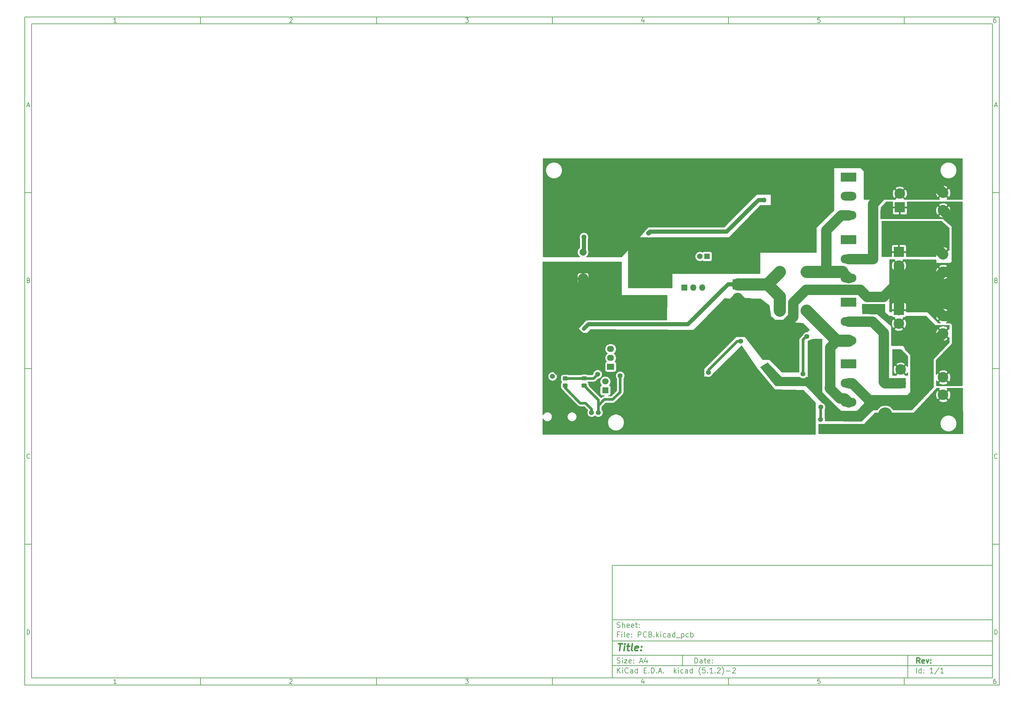
<source format=gbr>
G04 #@! TF.GenerationSoftware,KiCad,Pcbnew,(5.1.2)-2*
G04 #@! TF.CreationDate,2019-11-01T09:46:41-03:00*
G04 #@! TF.ProjectId,PCB,5043422e-6b69-4636-9164-5f7063625858,rev?*
G04 #@! TF.SameCoordinates,Original*
G04 #@! TF.FileFunction,Copper,L2,Bot*
G04 #@! TF.FilePolarity,Positive*
%FSLAX46Y46*%
G04 Gerber Fmt 4.6, Leading zero omitted, Abs format (unit mm)*
G04 Created by KiCad (PCBNEW (5.1.2)-2) date 2019-11-01 09:46:41*
%MOMM*%
%LPD*%
G04 APERTURE LIST*
%ADD10C,0.100000*%
%ADD11C,0.150000*%
%ADD12C,0.300000*%
%ADD13C,0.400000*%
%ADD14C,3.000000*%
%ADD15O,4.500000X2.500000*%
%ADD16R,4.500000X2.500000*%
%ADD17R,1.600000X1.600000*%
%ADD18C,1.600000*%
%ADD19O,1.800000X1.800000*%
%ADD20R,1.800000X1.800000*%
%ADD21O,2.400000X2.400000*%
%ADD22C,2.400000*%
%ADD23R,3.000000X3.000000*%
%ADD24C,1.800000*%
%ADD25C,2.000000*%
%ADD26R,2.000000X2.000000*%
%ADD27O,2.030000X1.730000*%
%ADD28R,2.030000X1.730000*%
%ADD29C,1.150000*%
%ADD30C,1.400000*%
%ADD31C,4.000000*%
%ADD32C,2.250000*%
%ADD33C,3.000000*%
%ADD34C,1.200000*%
%ADD35C,1.500000*%
%ADD36C,0.800000*%
%ADD37C,0.250000*%
%ADD38C,3.500000*%
%ADD39C,0.254000*%
G04 APERTURE END LIST*
D10*
D11*
X177002200Y-166007200D02*
X177002200Y-198007200D01*
X285002200Y-198007200D01*
X285002200Y-166007200D01*
X177002200Y-166007200D01*
D10*
D11*
X10000000Y-10000000D02*
X10000000Y-200007200D01*
X287002200Y-200007200D01*
X287002200Y-10000000D01*
X10000000Y-10000000D01*
D10*
D11*
X12000000Y-12000000D02*
X12000000Y-198007200D01*
X285002200Y-198007200D01*
X285002200Y-12000000D01*
X12000000Y-12000000D01*
D10*
D11*
X60000000Y-12000000D02*
X60000000Y-10000000D01*
D10*
D11*
X110000000Y-12000000D02*
X110000000Y-10000000D01*
D10*
D11*
X160000000Y-12000000D02*
X160000000Y-10000000D01*
D10*
D11*
X210000000Y-12000000D02*
X210000000Y-10000000D01*
D10*
D11*
X260000000Y-12000000D02*
X260000000Y-10000000D01*
D10*
D11*
X36065476Y-11588095D02*
X35322619Y-11588095D01*
X35694047Y-11588095D02*
X35694047Y-10288095D01*
X35570238Y-10473809D01*
X35446428Y-10597619D01*
X35322619Y-10659523D01*
D10*
D11*
X85322619Y-10411904D02*
X85384523Y-10350000D01*
X85508333Y-10288095D01*
X85817857Y-10288095D01*
X85941666Y-10350000D01*
X86003571Y-10411904D01*
X86065476Y-10535714D01*
X86065476Y-10659523D01*
X86003571Y-10845238D01*
X85260714Y-11588095D01*
X86065476Y-11588095D01*
D10*
D11*
X135260714Y-10288095D02*
X136065476Y-10288095D01*
X135632142Y-10783333D01*
X135817857Y-10783333D01*
X135941666Y-10845238D01*
X136003571Y-10907142D01*
X136065476Y-11030952D01*
X136065476Y-11340476D01*
X136003571Y-11464285D01*
X135941666Y-11526190D01*
X135817857Y-11588095D01*
X135446428Y-11588095D01*
X135322619Y-11526190D01*
X135260714Y-11464285D01*
D10*
D11*
X185941666Y-10721428D02*
X185941666Y-11588095D01*
X185632142Y-10226190D02*
X185322619Y-11154761D01*
X186127380Y-11154761D01*
D10*
D11*
X236003571Y-10288095D02*
X235384523Y-10288095D01*
X235322619Y-10907142D01*
X235384523Y-10845238D01*
X235508333Y-10783333D01*
X235817857Y-10783333D01*
X235941666Y-10845238D01*
X236003571Y-10907142D01*
X236065476Y-11030952D01*
X236065476Y-11340476D01*
X236003571Y-11464285D01*
X235941666Y-11526190D01*
X235817857Y-11588095D01*
X235508333Y-11588095D01*
X235384523Y-11526190D01*
X235322619Y-11464285D01*
D10*
D11*
X285941666Y-10288095D02*
X285694047Y-10288095D01*
X285570238Y-10350000D01*
X285508333Y-10411904D01*
X285384523Y-10597619D01*
X285322619Y-10845238D01*
X285322619Y-11340476D01*
X285384523Y-11464285D01*
X285446428Y-11526190D01*
X285570238Y-11588095D01*
X285817857Y-11588095D01*
X285941666Y-11526190D01*
X286003571Y-11464285D01*
X286065476Y-11340476D01*
X286065476Y-11030952D01*
X286003571Y-10907142D01*
X285941666Y-10845238D01*
X285817857Y-10783333D01*
X285570238Y-10783333D01*
X285446428Y-10845238D01*
X285384523Y-10907142D01*
X285322619Y-11030952D01*
D10*
D11*
X60000000Y-198007200D02*
X60000000Y-200007200D01*
D10*
D11*
X110000000Y-198007200D02*
X110000000Y-200007200D01*
D10*
D11*
X160000000Y-198007200D02*
X160000000Y-200007200D01*
D10*
D11*
X210000000Y-198007200D02*
X210000000Y-200007200D01*
D10*
D11*
X260000000Y-198007200D02*
X260000000Y-200007200D01*
D10*
D11*
X36065476Y-199595295D02*
X35322619Y-199595295D01*
X35694047Y-199595295D02*
X35694047Y-198295295D01*
X35570238Y-198481009D01*
X35446428Y-198604819D01*
X35322619Y-198666723D01*
D10*
D11*
X85322619Y-198419104D02*
X85384523Y-198357200D01*
X85508333Y-198295295D01*
X85817857Y-198295295D01*
X85941666Y-198357200D01*
X86003571Y-198419104D01*
X86065476Y-198542914D01*
X86065476Y-198666723D01*
X86003571Y-198852438D01*
X85260714Y-199595295D01*
X86065476Y-199595295D01*
D10*
D11*
X135260714Y-198295295D02*
X136065476Y-198295295D01*
X135632142Y-198790533D01*
X135817857Y-198790533D01*
X135941666Y-198852438D01*
X136003571Y-198914342D01*
X136065476Y-199038152D01*
X136065476Y-199347676D01*
X136003571Y-199471485D01*
X135941666Y-199533390D01*
X135817857Y-199595295D01*
X135446428Y-199595295D01*
X135322619Y-199533390D01*
X135260714Y-199471485D01*
D10*
D11*
X185941666Y-198728628D02*
X185941666Y-199595295D01*
X185632142Y-198233390D02*
X185322619Y-199161961D01*
X186127380Y-199161961D01*
D10*
D11*
X236003571Y-198295295D02*
X235384523Y-198295295D01*
X235322619Y-198914342D01*
X235384523Y-198852438D01*
X235508333Y-198790533D01*
X235817857Y-198790533D01*
X235941666Y-198852438D01*
X236003571Y-198914342D01*
X236065476Y-199038152D01*
X236065476Y-199347676D01*
X236003571Y-199471485D01*
X235941666Y-199533390D01*
X235817857Y-199595295D01*
X235508333Y-199595295D01*
X235384523Y-199533390D01*
X235322619Y-199471485D01*
D10*
D11*
X285941666Y-198295295D02*
X285694047Y-198295295D01*
X285570238Y-198357200D01*
X285508333Y-198419104D01*
X285384523Y-198604819D01*
X285322619Y-198852438D01*
X285322619Y-199347676D01*
X285384523Y-199471485D01*
X285446428Y-199533390D01*
X285570238Y-199595295D01*
X285817857Y-199595295D01*
X285941666Y-199533390D01*
X286003571Y-199471485D01*
X286065476Y-199347676D01*
X286065476Y-199038152D01*
X286003571Y-198914342D01*
X285941666Y-198852438D01*
X285817857Y-198790533D01*
X285570238Y-198790533D01*
X285446428Y-198852438D01*
X285384523Y-198914342D01*
X285322619Y-199038152D01*
D10*
D11*
X10000000Y-60000000D02*
X12000000Y-60000000D01*
D10*
D11*
X10000000Y-110000000D02*
X12000000Y-110000000D01*
D10*
D11*
X10000000Y-160000000D02*
X12000000Y-160000000D01*
D10*
D11*
X10690476Y-35216666D02*
X11309523Y-35216666D01*
X10566666Y-35588095D02*
X11000000Y-34288095D01*
X11433333Y-35588095D01*
D10*
D11*
X11092857Y-84907142D02*
X11278571Y-84969047D01*
X11340476Y-85030952D01*
X11402380Y-85154761D01*
X11402380Y-85340476D01*
X11340476Y-85464285D01*
X11278571Y-85526190D01*
X11154761Y-85588095D01*
X10659523Y-85588095D01*
X10659523Y-84288095D01*
X11092857Y-84288095D01*
X11216666Y-84350000D01*
X11278571Y-84411904D01*
X11340476Y-84535714D01*
X11340476Y-84659523D01*
X11278571Y-84783333D01*
X11216666Y-84845238D01*
X11092857Y-84907142D01*
X10659523Y-84907142D01*
D10*
D11*
X11402380Y-135464285D02*
X11340476Y-135526190D01*
X11154761Y-135588095D01*
X11030952Y-135588095D01*
X10845238Y-135526190D01*
X10721428Y-135402380D01*
X10659523Y-135278571D01*
X10597619Y-135030952D01*
X10597619Y-134845238D01*
X10659523Y-134597619D01*
X10721428Y-134473809D01*
X10845238Y-134350000D01*
X11030952Y-134288095D01*
X11154761Y-134288095D01*
X11340476Y-134350000D01*
X11402380Y-134411904D01*
D10*
D11*
X10659523Y-185588095D02*
X10659523Y-184288095D01*
X10969047Y-184288095D01*
X11154761Y-184350000D01*
X11278571Y-184473809D01*
X11340476Y-184597619D01*
X11402380Y-184845238D01*
X11402380Y-185030952D01*
X11340476Y-185278571D01*
X11278571Y-185402380D01*
X11154761Y-185526190D01*
X10969047Y-185588095D01*
X10659523Y-185588095D01*
D10*
D11*
X287002200Y-60000000D02*
X285002200Y-60000000D01*
D10*
D11*
X287002200Y-110000000D02*
X285002200Y-110000000D01*
D10*
D11*
X287002200Y-160000000D02*
X285002200Y-160000000D01*
D10*
D11*
X285692676Y-35216666D02*
X286311723Y-35216666D01*
X285568866Y-35588095D02*
X286002200Y-34288095D01*
X286435533Y-35588095D01*
D10*
D11*
X286095057Y-84907142D02*
X286280771Y-84969047D01*
X286342676Y-85030952D01*
X286404580Y-85154761D01*
X286404580Y-85340476D01*
X286342676Y-85464285D01*
X286280771Y-85526190D01*
X286156961Y-85588095D01*
X285661723Y-85588095D01*
X285661723Y-84288095D01*
X286095057Y-84288095D01*
X286218866Y-84350000D01*
X286280771Y-84411904D01*
X286342676Y-84535714D01*
X286342676Y-84659523D01*
X286280771Y-84783333D01*
X286218866Y-84845238D01*
X286095057Y-84907142D01*
X285661723Y-84907142D01*
D10*
D11*
X286404580Y-135464285D02*
X286342676Y-135526190D01*
X286156961Y-135588095D01*
X286033152Y-135588095D01*
X285847438Y-135526190D01*
X285723628Y-135402380D01*
X285661723Y-135278571D01*
X285599819Y-135030952D01*
X285599819Y-134845238D01*
X285661723Y-134597619D01*
X285723628Y-134473809D01*
X285847438Y-134350000D01*
X286033152Y-134288095D01*
X286156961Y-134288095D01*
X286342676Y-134350000D01*
X286404580Y-134411904D01*
D10*
D11*
X285661723Y-185588095D02*
X285661723Y-184288095D01*
X285971247Y-184288095D01*
X286156961Y-184350000D01*
X286280771Y-184473809D01*
X286342676Y-184597619D01*
X286404580Y-184845238D01*
X286404580Y-185030952D01*
X286342676Y-185278571D01*
X286280771Y-185402380D01*
X286156961Y-185526190D01*
X285971247Y-185588095D01*
X285661723Y-185588095D01*
D10*
D11*
X200434342Y-193785771D02*
X200434342Y-192285771D01*
X200791485Y-192285771D01*
X201005771Y-192357200D01*
X201148628Y-192500057D01*
X201220057Y-192642914D01*
X201291485Y-192928628D01*
X201291485Y-193142914D01*
X201220057Y-193428628D01*
X201148628Y-193571485D01*
X201005771Y-193714342D01*
X200791485Y-193785771D01*
X200434342Y-193785771D01*
X202577200Y-193785771D02*
X202577200Y-193000057D01*
X202505771Y-192857200D01*
X202362914Y-192785771D01*
X202077200Y-192785771D01*
X201934342Y-192857200D01*
X202577200Y-193714342D02*
X202434342Y-193785771D01*
X202077200Y-193785771D01*
X201934342Y-193714342D01*
X201862914Y-193571485D01*
X201862914Y-193428628D01*
X201934342Y-193285771D01*
X202077200Y-193214342D01*
X202434342Y-193214342D01*
X202577200Y-193142914D01*
X203077200Y-192785771D02*
X203648628Y-192785771D01*
X203291485Y-192285771D02*
X203291485Y-193571485D01*
X203362914Y-193714342D01*
X203505771Y-193785771D01*
X203648628Y-193785771D01*
X204720057Y-193714342D02*
X204577200Y-193785771D01*
X204291485Y-193785771D01*
X204148628Y-193714342D01*
X204077200Y-193571485D01*
X204077200Y-193000057D01*
X204148628Y-192857200D01*
X204291485Y-192785771D01*
X204577200Y-192785771D01*
X204720057Y-192857200D01*
X204791485Y-193000057D01*
X204791485Y-193142914D01*
X204077200Y-193285771D01*
X205434342Y-193642914D02*
X205505771Y-193714342D01*
X205434342Y-193785771D01*
X205362914Y-193714342D01*
X205434342Y-193642914D01*
X205434342Y-193785771D01*
X205434342Y-192857200D02*
X205505771Y-192928628D01*
X205434342Y-193000057D01*
X205362914Y-192928628D01*
X205434342Y-192857200D01*
X205434342Y-193000057D01*
D10*
D11*
X177002200Y-194507200D02*
X285002200Y-194507200D01*
D10*
D11*
X178434342Y-196585771D02*
X178434342Y-195085771D01*
X179291485Y-196585771D02*
X178648628Y-195728628D01*
X179291485Y-195085771D02*
X178434342Y-195942914D01*
X179934342Y-196585771D02*
X179934342Y-195585771D01*
X179934342Y-195085771D02*
X179862914Y-195157200D01*
X179934342Y-195228628D01*
X180005771Y-195157200D01*
X179934342Y-195085771D01*
X179934342Y-195228628D01*
X181505771Y-196442914D02*
X181434342Y-196514342D01*
X181220057Y-196585771D01*
X181077200Y-196585771D01*
X180862914Y-196514342D01*
X180720057Y-196371485D01*
X180648628Y-196228628D01*
X180577200Y-195942914D01*
X180577200Y-195728628D01*
X180648628Y-195442914D01*
X180720057Y-195300057D01*
X180862914Y-195157200D01*
X181077200Y-195085771D01*
X181220057Y-195085771D01*
X181434342Y-195157200D01*
X181505771Y-195228628D01*
X182791485Y-196585771D02*
X182791485Y-195800057D01*
X182720057Y-195657200D01*
X182577200Y-195585771D01*
X182291485Y-195585771D01*
X182148628Y-195657200D01*
X182791485Y-196514342D02*
X182648628Y-196585771D01*
X182291485Y-196585771D01*
X182148628Y-196514342D01*
X182077200Y-196371485D01*
X182077200Y-196228628D01*
X182148628Y-196085771D01*
X182291485Y-196014342D01*
X182648628Y-196014342D01*
X182791485Y-195942914D01*
X184148628Y-196585771D02*
X184148628Y-195085771D01*
X184148628Y-196514342D02*
X184005771Y-196585771D01*
X183720057Y-196585771D01*
X183577200Y-196514342D01*
X183505771Y-196442914D01*
X183434342Y-196300057D01*
X183434342Y-195871485D01*
X183505771Y-195728628D01*
X183577200Y-195657200D01*
X183720057Y-195585771D01*
X184005771Y-195585771D01*
X184148628Y-195657200D01*
X186005771Y-195800057D02*
X186505771Y-195800057D01*
X186720057Y-196585771D02*
X186005771Y-196585771D01*
X186005771Y-195085771D01*
X186720057Y-195085771D01*
X187362914Y-196442914D02*
X187434342Y-196514342D01*
X187362914Y-196585771D01*
X187291485Y-196514342D01*
X187362914Y-196442914D01*
X187362914Y-196585771D01*
X188077200Y-196585771D02*
X188077200Y-195085771D01*
X188434342Y-195085771D01*
X188648628Y-195157200D01*
X188791485Y-195300057D01*
X188862914Y-195442914D01*
X188934342Y-195728628D01*
X188934342Y-195942914D01*
X188862914Y-196228628D01*
X188791485Y-196371485D01*
X188648628Y-196514342D01*
X188434342Y-196585771D01*
X188077200Y-196585771D01*
X189577200Y-196442914D02*
X189648628Y-196514342D01*
X189577200Y-196585771D01*
X189505771Y-196514342D01*
X189577200Y-196442914D01*
X189577200Y-196585771D01*
X190220057Y-196157200D02*
X190934342Y-196157200D01*
X190077200Y-196585771D02*
X190577200Y-195085771D01*
X191077200Y-196585771D01*
X191577200Y-196442914D02*
X191648628Y-196514342D01*
X191577200Y-196585771D01*
X191505771Y-196514342D01*
X191577200Y-196442914D01*
X191577200Y-196585771D01*
X194577200Y-196585771D02*
X194577200Y-195085771D01*
X194720057Y-196014342D02*
X195148628Y-196585771D01*
X195148628Y-195585771D02*
X194577200Y-196157200D01*
X195791485Y-196585771D02*
X195791485Y-195585771D01*
X195791485Y-195085771D02*
X195720057Y-195157200D01*
X195791485Y-195228628D01*
X195862914Y-195157200D01*
X195791485Y-195085771D01*
X195791485Y-195228628D01*
X197148628Y-196514342D02*
X197005771Y-196585771D01*
X196720057Y-196585771D01*
X196577200Y-196514342D01*
X196505771Y-196442914D01*
X196434342Y-196300057D01*
X196434342Y-195871485D01*
X196505771Y-195728628D01*
X196577200Y-195657200D01*
X196720057Y-195585771D01*
X197005771Y-195585771D01*
X197148628Y-195657200D01*
X198434342Y-196585771D02*
X198434342Y-195800057D01*
X198362914Y-195657200D01*
X198220057Y-195585771D01*
X197934342Y-195585771D01*
X197791485Y-195657200D01*
X198434342Y-196514342D02*
X198291485Y-196585771D01*
X197934342Y-196585771D01*
X197791485Y-196514342D01*
X197720057Y-196371485D01*
X197720057Y-196228628D01*
X197791485Y-196085771D01*
X197934342Y-196014342D01*
X198291485Y-196014342D01*
X198434342Y-195942914D01*
X199791485Y-196585771D02*
X199791485Y-195085771D01*
X199791485Y-196514342D02*
X199648628Y-196585771D01*
X199362914Y-196585771D01*
X199220057Y-196514342D01*
X199148628Y-196442914D01*
X199077200Y-196300057D01*
X199077200Y-195871485D01*
X199148628Y-195728628D01*
X199220057Y-195657200D01*
X199362914Y-195585771D01*
X199648628Y-195585771D01*
X199791485Y-195657200D01*
X202077200Y-197157200D02*
X202005771Y-197085771D01*
X201862914Y-196871485D01*
X201791485Y-196728628D01*
X201720057Y-196514342D01*
X201648628Y-196157200D01*
X201648628Y-195871485D01*
X201720057Y-195514342D01*
X201791485Y-195300057D01*
X201862914Y-195157200D01*
X202005771Y-194942914D01*
X202077200Y-194871485D01*
X203362914Y-195085771D02*
X202648628Y-195085771D01*
X202577200Y-195800057D01*
X202648628Y-195728628D01*
X202791485Y-195657200D01*
X203148628Y-195657200D01*
X203291485Y-195728628D01*
X203362914Y-195800057D01*
X203434342Y-195942914D01*
X203434342Y-196300057D01*
X203362914Y-196442914D01*
X203291485Y-196514342D01*
X203148628Y-196585771D01*
X202791485Y-196585771D01*
X202648628Y-196514342D01*
X202577200Y-196442914D01*
X204077200Y-196442914D02*
X204148628Y-196514342D01*
X204077200Y-196585771D01*
X204005771Y-196514342D01*
X204077200Y-196442914D01*
X204077200Y-196585771D01*
X205577200Y-196585771D02*
X204720057Y-196585771D01*
X205148628Y-196585771D02*
X205148628Y-195085771D01*
X205005771Y-195300057D01*
X204862914Y-195442914D01*
X204720057Y-195514342D01*
X206220057Y-196442914D02*
X206291485Y-196514342D01*
X206220057Y-196585771D01*
X206148628Y-196514342D01*
X206220057Y-196442914D01*
X206220057Y-196585771D01*
X206862914Y-195228628D02*
X206934342Y-195157200D01*
X207077200Y-195085771D01*
X207434342Y-195085771D01*
X207577200Y-195157200D01*
X207648628Y-195228628D01*
X207720057Y-195371485D01*
X207720057Y-195514342D01*
X207648628Y-195728628D01*
X206791485Y-196585771D01*
X207720057Y-196585771D01*
X208220057Y-197157200D02*
X208291485Y-197085771D01*
X208434342Y-196871485D01*
X208505771Y-196728628D01*
X208577200Y-196514342D01*
X208648628Y-196157200D01*
X208648628Y-195871485D01*
X208577200Y-195514342D01*
X208505771Y-195300057D01*
X208434342Y-195157200D01*
X208291485Y-194942914D01*
X208220057Y-194871485D01*
X209362914Y-196014342D02*
X210505771Y-196014342D01*
X211148628Y-195228628D02*
X211220057Y-195157200D01*
X211362914Y-195085771D01*
X211720057Y-195085771D01*
X211862914Y-195157200D01*
X211934342Y-195228628D01*
X212005771Y-195371485D01*
X212005771Y-195514342D01*
X211934342Y-195728628D01*
X211077200Y-196585771D01*
X212005771Y-196585771D01*
D10*
D11*
X177002200Y-191507200D02*
X285002200Y-191507200D01*
D10*
D12*
X264411485Y-193785771D02*
X263911485Y-193071485D01*
X263554342Y-193785771D02*
X263554342Y-192285771D01*
X264125771Y-192285771D01*
X264268628Y-192357200D01*
X264340057Y-192428628D01*
X264411485Y-192571485D01*
X264411485Y-192785771D01*
X264340057Y-192928628D01*
X264268628Y-193000057D01*
X264125771Y-193071485D01*
X263554342Y-193071485D01*
X265625771Y-193714342D02*
X265482914Y-193785771D01*
X265197200Y-193785771D01*
X265054342Y-193714342D01*
X264982914Y-193571485D01*
X264982914Y-193000057D01*
X265054342Y-192857200D01*
X265197200Y-192785771D01*
X265482914Y-192785771D01*
X265625771Y-192857200D01*
X265697200Y-193000057D01*
X265697200Y-193142914D01*
X264982914Y-193285771D01*
X266197200Y-192785771D02*
X266554342Y-193785771D01*
X266911485Y-192785771D01*
X267482914Y-193642914D02*
X267554342Y-193714342D01*
X267482914Y-193785771D01*
X267411485Y-193714342D01*
X267482914Y-193642914D01*
X267482914Y-193785771D01*
X267482914Y-192857200D02*
X267554342Y-192928628D01*
X267482914Y-193000057D01*
X267411485Y-192928628D01*
X267482914Y-192857200D01*
X267482914Y-193000057D01*
D10*
D11*
X178362914Y-193714342D02*
X178577200Y-193785771D01*
X178934342Y-193785771D01*
X179077200Y-193714342D01*
X179148628Y-193642914D01*
X179220057Y-193500057D01*
X179220057Y-193357200D01*
X179148628Y-193214342D01*
X179077200Y-193142914D01*
X178934342Y-193071485D01*
X178648628Y-193000057D01*
X178505771Y-192928628D01*
X178434342Y-192857200D01*
X178362914Y-192714342D01*
X178362914Y-192571485D01*
X178434342Y-192428628D01*
X178505771Y-192357200D01*
X178648628Y-192285771D01*
X179005771Y-192285771D01*
X179220057Y-192357200D01*
X179862914Y-193785771D02*
X179862914Y-192785771D01*
X179862914Y-192285771D02*
X179791485Y-192357200D01*
X179862914Y-192428628D01*
X179934342Y-192357200D01*
X179862914Y-192285771D01*
X179862914Y-192428628D01*
X180434342Y-192785771D02*
X181220057Y-192785771D01*
X180434342Y-193785771D01*
X181220057Y-193785771D01*
X182362914Y-193714342D02*
X182220057Y-193785771D01*
X181934342Y-193785771D01*
X181791485Y-193714342D01*
X181720057Y-193571485D01*
X181720057Y-193000057D01*
X181791485Y-192857200D01*
X181934342Y-192785771D01*
X182220057Y-192785771D01*
X182362914Y-192857200D01*
X182434342Y-193000057D01*
X182434342Y-193142914D01*
X181720057Y-193285771D01*
X183077200Y-193642914D02*
X183148628Y-193714342D01*
X183077200Y-193785771D01*
X183005771Y-193714342D01*
X183077200Y-193642914D01*
X183077200Y-193785771D01*
X183077200Y-192857200D02*
X183148628Y-192928628D01*
X183077200Y-193000057D01*
X183005771Y-192928628D01*
X183077200Y-192857200D01*
X183077200Y-193000057D01*
X184862914Y-193357200D02*
X185577200Y-193357200D01*
X184720057Y-193785771D02*
X185220057Y-192285771D01*
X185720057Y-193785771D01*
X186862914Y-192785771D02*
X186862914Y-193785771D01*
X186505771Y-192214342D02*
X186148628Y-193285771D01*
X187077200Y-193285771D01*
D10*
D11*
X263434342Y-196585771D02*
X263434342Y-195085771D01*
X264791485Y-196585771D02*
X264791485Y-195085771D01*
X264791485Y-196514342D02*
X264648628Y-196585771D01*
X264362914Y-196585771D01*
X264220057Y-196514342D01*
X264148628Y-196442914D01*
X264077200Y-196300057D01*
X264077200Y-195871485D01*
X264148628Y-195728628D01*
X264220057Y-195657200D01*
X264362914Y-195585771D01*
X264648628Y-195585771D01*
X264791485Y-195657200D01*
X265505771Y-196442914D02*
X265577200Y-196514342D01*
X265505771Y-196585771D01*
X265434342Y-196514342D01*
X265505771Y-196442914D01*
X265505771Y-196585771D01*
X265505771Y-195657200D02*
X265577200Y-195728628D01*
X265505771Y-195800057D01*
X265434342Y-195728628D01*
X265505771Y-195657200D01*
X265505771Y-195800057D01*
X268148628Y-196585771D02*
X267291485Y-196585771D01*
X267720057Y-196585771D02*
X267720057Y-195085771D01*
X267577200Y-195300057D01*
X267434342Y-195442914D01*
X267291485Y-195514342D01*
X269862914Y-195014342D02*
X268577200Y-196942914D01*
X271148628Y-196585771D02*
X270291485Y-196585771D01*
X270720057Y-196585771D02*
X270720057Y-195085771D01*
X270577200Y-195300057D01*
X270434342Y-195442914D01*
X270291485Y-195514342D01*
D10*
D11*
X177002200Y-187507200D02*
X285002200Y-187507200D01*
D10*
D13*
X178714580Y-188211961D02*
X179857438Y-188211961D01*
X179036009Y-190211961D02*
X179286009Y-188211961D01*
X180274104Y-190211961D02*
X180440771Y-188878628D01*
X180524104Y-188211961D02*
X180416961Y-188307200D01*
X180500295Y-188402438D01*
X180607438Y-188307200D01*
X180524104Y-188211961D01*
X180500295Y-188402438D01*
X181107438Y-188878628D02*
X181869342Y-188878628D01*
X181476485Y-188211961D02*
X181262200Y-189926247D01*
X181333628Y-190116723D01*
X181512200Y-190211961D01*
X181702676Y-190211961D01*
X182655057Y-190211961D02*
X182476485Y-190116723D01*
X182405057Y-189926247D01*
X182619342Y-188211961D01*
X184190771Y-190116723D02*
X183988390Y-190211961D01*
X183607438Y-190211961D01*
X183428866Y-190116723D01*
X183357438Y-189926247D01*
X183452676Y-189164342D01*
X183571723Y-188973866D01*
X183774104Y-188878628D01*
X184155057Y-188878628D01*
X184333628Y-188973866D01*
X184405057Y-189164342D01*
X184381247Y-189354819D01*
X183405057Y-189545295D01*
X185155057Y-190021485D02*
X185238390Y-190116723D01*
X185131247Y-190211961D01*
X185047914Y-190116723D01*
X185155057Y-190021485D01*
X185131247Y-190211961D01*
X185286009Y-188973866D02*
X185369342Y-189069104D01*
X185262200Y-189164342D01*
X185178866Y-189069104D01*
X185286009Y-188973866D01*
X185262200Y-189164342D01*
D10*
D11*
X178934342Y-185600057D02*
X178434342Y-185600057D01*
X178434342Y-186385771D02*
X178434342Y-184885771D01*
X179148628Y-184885771D01*
X179720057Y-186385771D02*
X179720057Y-185385771D01*
X179720057Y-184885771D02*
X179648628Y-184957200D01*
X179720057Y-185028628D01*
X179791485Y-184957200D01*
X179720057Y-184885771D01*
X179720057Y-185028628D01*
X180648628Y-186385771D02*
X180505771Y-186314342D01*
X180434342Y-186171485D01*
X180434342Y-184885771D01*
X181791485Y-186314342D02*
X181648628Y-186385771D01*
X181362914Y-186385771D01*
X181220057Y-186314342D01*
X181148628Y-186171485D01*
X181148628Y-185600057D01*
X181220057Y-185457200D01*
X181362914Y-185385771D01*
X181648628Y-185385771D01*
X181791485Y-185457200D01*
X181862914Y-185600057D01*
X181862914Y-185742914D01*
X181148628Y-185885771D01*
X182505771Y-186242914D02*
X182577200Y-186314342D01*
X182505771Y-186385771D01*
X182434342Y-186314342D01*
X182505771Y-186242914D01*
X182505771Y-186385771D01*
X182505771Y-185457200D02*
X182577200Y-185528628D01*
X182505771Y-185600057D01*
X182434342Y-185528628D01*
X182505771Y-185457200D01*
X182505771Y-185600057D01*
X184362914Y-186385771D02*
X184362914Y-184885771D01*
X184934342Y-184885771D01*
X185077200Y-184957200D01*
X185148628Y-185028628D01*
X185220057Y-185171485D01*
X185220057Y-185385771D01*
X185148628Y-185528628D01*
X185077200Y-185600057D01*
X184934342Y-185671485D01*
X184362914Y-185671485D01*
X186720057Y-186242914D02*
X186648628Y-186314342D01*
X186434342Y-186385771D01*
X186291485Y-186385771D01*
X186077200Y-186314342D01*
X185934342Y-186171485D01*
X185862914Y-186028628D01*
X185791485Y-185742914D01*
X185791485Y-185528628D01*
X185862914Y-185242914D01*
X185934342Y-185100057D01*
X186077200Y-184957200D01*
X186291485Y-184885771D01*
X186434342Y-184885771D01*
X186648628Y-184957200D01*
X186720057Y-185028628D01*
X187862914Y-185600057D02*
X188077200Y-185671485D01*
X188148628Y-185742914D01*
X188220057Y-185885771D01*
X188220057Y-186100057D01*
X188148628Y-186242914D01*
X188077200Y-186314342D01*
X187934342Y-186385771D01*
X187362914Y-186385771D01*
X187362914Y-184885771D01*
X187862914Y-184885771D01*
X188005771Y-184957200D01*
X188077200Y-185028628D01*
X188148628Y-185171485D01*
X188148628Y-185314342D01*
X188077200Y-185457200D01*
X188005771Y-185528628D01*
X187862914Y-185600057D01*
X187362914Y-185600057D01*
X188862914Y-186242914D02*
X188934342Y-186314342D01*
X188862914Y-186385771D01*
X188791485Y-186314342D01*
X188862914Y-186242914D01*
X188862914Y-186385771D01*
X189577200Y-186385771D02*
X189577200Y-184885771D01*
X189720057Y-185814342D02*
X190148628Y-186385771D01*
X190148628Y-185385771D02*
X189577200Y-185957200D01*
X190791485Y-186385771D02*
X190791485Y-185385771D01*
X190791485Y-184885771D02*
X190720057Y-184957200D01*
X190791485Y-185028628D01*
X190862914Y-184957200D01*
X190791485Y-184885771D01*
X190791485Y-185028628D01*
X192148628Y-186314342D02*
X192005771Y-186385771D01*
X191720057Y-186385771D01*
X191577200Y-186314342D01*
X191505771Y-186242914D01*
X191434342Y-186100057D01*
X191434342Y-185671485D01*
X191505771Y-185528628D01*
X191577200Y-185457200D01*
X191720057Y-185385771D01*
X192005771Y-185385771D01*
X192148628Y-185457200D01*
X193434342Y-186385771D02*
X193434342Y-185600057D01*
X193362914Y-185457200D01*
X193220057Y-185385771D01*
X192934342Y-185385771D01*
X192791485Y-185457200D01*
X193434342Y-186314342D02*
X193291485Y-186385771D01*
X192934342Y-186385771D01*
X192791485Y-186314342D01*
X192720057Y-186171485D01*
X192720057Y-186028628D01*
X192791485Y-185885771D01*
X192934342Y-185814342D01*
X193291485Y-185814342D01*
X193434342Y-185742914D01*
X194791485Y-186385771D02*
X194791485Y-184885771D01*
X194791485Y-186314342D02*
X194648628Y-186385771D01*
X194362914Y-186385771D01*
X194220057Y-186314342D01*
X194148628Y-186242914D01*
X194077200Y-186100057D01*
X194077200Y-185671485D01*
X194148628Y-185528628D01*
X194220057Y-185457200D01*
X194362914Y-185385771D01*
X194648628Y-185385771D01*
X194791485Y-185457200D01*
X195148628Y-186528628D02*
X196291485Y-186528628D01*
X196648628Y-185385771D02*
X196648628Y-186885771D01*
X196648628Y-185457200D02*
X196791485Y-185385771D01*
X197077200Y-185385771D01*
X197220057Y-185457200D01*
X197291485Y-185528628D01*
X197362914Y-185671485D01*
X197362914Y-186100057D01*
X197291485Y-186242914D01*
X197220057Y-186314342D01*
X197077200Y-186385771D01*
X196791485Y-186385771D01*
X196648628Y-186314342D01*
X198648628Y-186314342D02*
X198505771Y-186385771D01*
X198220057Y-186385771D01*
X198077200Y-186314342D01*
X198005771Y-186242914D01*
X197934342Y-186100057D01*
X197934342Y-185671485D01*
X198005771Y-185528628D01*
X198077200Y-185457200D01*
X198220057Y-185385771D01*
X198505771Y-185385771D01*
X198648628Y-185457200D01*
X199291485Y-186385771D02*
X199291485Y-184885771D01*
X199291485Y-185457200D02*
X199434342Y-185385771D01*
X199720057Y-185385771D01*
X199862914Y-185457200D01*
X199934342Y-185528628D01*
X200005771Y-185671485D01*
X200005771Y-186100057D01*
X199934342Y-186242914D01*
X199862914Y-186314342D01*
X199720057Y-186385771D01*
X199434342Y-186385771D01*
X199291485Y-186314342D01*
D10*
D11*
X177002200Y-181507200D02*
X285002200Y-181507200D01*
D10*
D11*
X178362914Y-183614342D02*
X178577200Y-183685771D01*
X178934342Y-183685771D01*
X179077200Y-183614342D01*
X179148628Y-183542914D01*
X179220057Y-183400057D01*
X179220057Y-183257200D01*
X179148628Y-183114342D01*
X179077200Y-183042914D01*
X178934342Y-182971485D01*
X178648628Y-182900057D01*
X178505771Y-182828628D01*
X178434342Y-182757200D01*
X178362914Y-182614342D01*
X178362914Y-182471485D01*
X178434342Y-182328628D01*
X178505771Y-182257200D01*
X178648628Y-182185771D01*
X179005771Y-182185771D01*
X179220057Y-182257200D01*
X179862914Y-183685771D02*
X179862914Y-182185771D01*
X180505771Y-183685771D02*
X180505771Y-182900057D01*
X180434342Y-182757200D01*
X180291485Y-182685771D01*
X180077200Y-182685771D01*
X179934342Y-182757200D01*
X179862914Y-182828628D01*
X181791485Y-183614342D02*
X181648628Y-183685771D01*
X181362914Y-183685771D01*
X181220057Y-183614342D01*
X181148628Y-183471485D01*
X181148628Y-182900057D01*
X181220057Y-182757200D01*
X181362914Y-182685771D01*
X181648628Y-182685771D01*
X181791485Y-182757200D01*
X181862914Y-182900057D01*
X181862914Y-183042914D01*
X181148628Y-183185771D01*
X183077200Y-183614342D02*
X182934342Y-183685771D01*
X182648628Y-183685771D01*
X182505771Y-183614342D01*
X182434342Y-183471485D01*
X182434342Y-182900057D01*
X182505771Y-182757200D01*
X182648628Y-182685771D01*
X182934342Y-182685771D01*
X183077200Y-182757200D01*
X183148628Y-182900057D01*
X183148628Y-183042914D01*
X182434342Y-183185771D01*
X183577200Y-182685771D02*
X184148628Y-182685771D01*
X183791485Y-182185771D02*
X183791485Y-183471485D01*
X183862914Y-183614342D01*
X184005771Y-183685771D01*
X184148628Y-183685771D01*
X184648628Y-183542914D02*
X184720057Y-183614342D01*
X184648628Y-183685771D01*
X184577200Y-183614342D01*
X184648628Y-183542914D01*
X184648628Y-183685771D01*
X184648628Y-182757200D02*
X184720057Y-182828628D01*
X184648628Y-182900057D01*
X184577200Y-182828628D01*
X184648628Y-182757200D01*
X184648628Y-182900057D01*
D10*
D11*
X197002200Y-191507200D02*
X197002200Y-194507200D01*
D10*
D11*
X261002200Y-191507200D02*
X261002200Y-198007200D01*
D14*
X271000000Y-117500000D03*
X271000000Y-112500000D03*
X271000000Y-65000000D03*
X271000000Y-60000000D03*
X271000000Y-100000000D03*
X271000000Y-95000000D03*
X271000000Y-82500000D03*
X271000000Y-77500000D03*
D15*
X244130040Y-84290060D03*
X244130040Y-78840060D03*
D16*
X244130040Y-73390060D03*
D15*
X244130040Y-119596060D03*
X244130040Y-114146060D03*
D16*
X244130040Y-108696060D03*
D15*
X244088040Y-102070060D03*
X244088040Y-96620060D03*
D16*
X244088040Y-91170060D03*
D15*
X244088040Y-66432060D03*
X244088040Y-60982060D03*
D16*
X244088040Y-55532060D03*
D17*
X203900840Y-78103760D03*
D18*
X201900840Y-78103760D03*
D19*
X202562940Y-86966360D03*
X200022940Y-86966360D03*
D20*
X197482940Y-86966360D03*
D21*
X232208040Y-93532060D03*
D22*
X224588040Y-93532060D03*
D21*
X232208040Y-82532060D03*
D22*
X224588040Y-82532060D03*
D14*
X212588040Y-89912060D03*
D23*
X212588040Y-86032060D03*
D20*
X175000000Y-116200000D03*
D24*
X175000000Y-113660000D03*
D23*
X258674840Y-64131760D03*
D14*
X258674840Y-60251760D03*
X258928840Y-110289760D03*
D23*
X258928840Y-114169760D03*
X258420840Y-93341760D03*
D14*
X258420840Y-97221760D03*
X258420840Y-80711760D03*
D23*
X258420840Y-76831760D03*
D25*
X168653940Y-76875560D03*
D26*
X168653940Y-84375560D03*
D27*
X176500000Y-104420000D03*
X176500000Y-106960000D03*
D28*
X176500000Y-109500000D03*
D10*
G36*
X169474505Y-114251204D02*
G01*
X169498773Y-114254804D01*
X169522572Y-114260765D01*
X169545671Y-114269030D01*
X169567850Y-114279520D01*
X169588893Y-114292132D01*
X169608599Y-114306747D01*
X169626777Y-114323223D01*
X169643253Y-114341401D01*
X169657868Y-114361107D01*
X169670480Y-114382150D01*
X169680970Y-114404329D01*
X169689235Y-114427428D01*
X169695196Y-114451227D01*
X169698796Y-114475495D01*
X169700000Y-114499999D01*
X169700000Y-115150001D01*
X169698796Y-115174505D01*
X169695196Y-115198773D01*
X169689235Y-115222572D01*
X169680970Y-115245671D01*
X169670480Y-115267850D01*
X169657868Y-115288893D01*
X169643253Y-115308599D01*
X169626777Y-115326777D01*
X169608599Y-115343253D01*
X169588893Y-115357868D01*
X169567850Y-115370480D01*
X169545671Y-115380970D01*
X169522572Y-115389235D01*
X169498773Y-115395196D01*
X169474505Y-115398796D01*
X169450001Y-115400000D01*
X168549999Y-115400000D01*
X168525495Y-115398796D01*
X168501227Y-115395196D01*
X168477428Y-115389235D01*
X168454329Y-115380970D01*
X168432150Y-115370480D01*
X168411107Y-115357868D01*
X168391401Y-115343253D01*
X168373223Y-115326777D01*
X168356747Y-115308599D01*
X168342132Y-115288893D01*
X168329520Y-115267850D01*
X168319030Y-115245671D01*
X168310765Y-115222572D01*
X168304804Y-115198773D01*
X168301204Y-115174505D01*
X168300000Y-115150001D01*
X168300000Y-114499999D01*
X168301204Y-114475495D01*
X168304804Y-114451227D01*
X168310765Y-114427428D01*
X168319030Y-114404329D01*
X168329520Y-114382150D01*
X168342132Y-114361107D01*
X168356747Y-114341401D01*
X168373223Y-114323223D01*
X168391401Y-114306747D01*
X168411107Y-114292132D01*
X168432150Y-114279520D01*
X168454329Y-114269030D01*
X168477428Y-114260765D01*
X168501227Y-114254804D01*
X168525495Y-114251204D01*
X168549999Y-114250000D01*
X169450001Y-114250000D01*
X169474505Y-114251204D01*
X169474505Y-114251204D01*
G37*
D29*
X169000000Y-114825000D03*
D10*
G36*
X169474505Y-112201204D02*
G01*
X169498773Y-112204804D01*
X169522572Y-112210765D01*
X169545671Y-112219030D01*
X169567850Y-112229520D01*
X169588893Y-112242132D01*
X169608599Y-112256747D01*
X169626777Y-112273223D01*
X169643253Y-112291401D01*
X169657868Y-112311107D01*
X169670480Y-112332150D01*
X169680970Y-112354329D01*
X169689235Y-112377428D01*
X169695196Y-112401227D01*
X169698796Y-112425495D01*
X169700000Y-112449999D01*
X169700000Y-113100001D01*
X169698796Y-113124505D01*
X169695196Y-113148773D01*
X169689235Y-113172572D01*
X169680970Y-113195671D01*
X169670480Y-113217850D01*
X169657868Y-113238893D01*
X169643253Y-113258599D01*
X169626777Y-113276777D01*
X169608599Y-113293253D01*
X169588893Y-113307868D01*
X169567850Y-113320480D01*
X169545671Y-113330970D01*
X169522572Y-113339235D01*
X169498773Y-113345196D01*
X169474505Y-113348796D01*
X169450001Y-113350000D01*
X168549999Y-113350000D01*
X168525495Y-113348796D01*
X168501227Y-113345196D01*
X168477428Y-113339235D01*
X168454329Y-113330970D01*
X168432150Y-113320480D01*
X168411107Y-113307868D01*
X168391401Y-113293253D01*
X168373223Y-113276777D01*
X168356747Y-113258599D01*
X168342132Y-113238893D01*
X168329520Y-113217850D01*
X168319030Y-113195671D01*
X168310765Y-113172572D01*
X168304804Y-113148773D01*
X168301204Y-113124505D01*
X168300000Y-113100001D01*
X168300000Y-112449999D01*
X168301204Y-112425495D01*
X168304804Y-112401227D01*
X168310765Y-112377428D01*
X168319030Y-112354329D01*
X168329520Y-112332150D01*
X168342132Y-112311107D01*
X168356747Y-112291401D01*
X168373223Y-112273223D01*
X168391401Y-112256747D01*
X168411107Y-112242132D01*
X168432150Y-112229520D01*
X168454329Y-112219030D01*
X168477428Y-112210765D01*
X168501227Y-112204804D01*
X168525495Y-112201204D01*
X168549999Y-112200000D01*
X169450001Y-112200000D01*
X169474505Y-112201204D01*
X169474505Y-112201204D01*
G37*
D29*
X169000000Y-112775000D03*
D10*
G36*
X164074505Y-112226204D02*
G01*
X164098773Y-112229804D01*
X164122572Y-112235765D01*
X164145671Y-112244030D01*
X164167850Y-112254520D01*
X164188893Y-112267132D01*
X164208599Y-112281747D01*
X164226777Y-112298223D01*
X164243253Y-112316401D01*
X164257868Y-112336107D01*
X164270480Y-112357150D01*
X164280970Y-112379329D01*
X164289235Y-112402428D01*
X164295196Y-112426227D01*
X164298796Y-112450495D01*
X164300000Y-112474999D01*
X164300000Y-113125001D01*
X164298796Y-113149505D01*
X164295196Y-113173773D01*
X164289235Y-113197572D01*
X164280970Y-113220671D01*
X164270480Y-113242850D01*
X164257868Y-113263893D01*
X164243253Y-113283599D01*
X164226777Y-113301777D01*
X164208599Y-113318253D01*
X164188893Y-113332868D01*
X164167850Y-113345480D01*
X164145671Y-113355970D01*
X164122572Y-113364235D01*
X164098773Y-113370196D01*
X164074505Y-113373796D01*
X164050001Y-113375000D01*
X163149999Y-113375000D01*
X163125495Y-113373796D01*
X163101227Y-113370196D01*
X163077428Y-113364235D01*
X163054329Y-113355970D01*
X163032150Y-113345480D01*
X163011107Y-113332868D01*
X162991401Y-113318253D01*
X162973223Y-113301777D01*
X162956747Y-113283599D01*
X162942132Y-113263893D01*
X162929520Y-113242850D01*
X162919030Y-113220671D01*
X162910765Y-113197572D01*
X162904804Y-113173773D01*
X162901204Y-113149505D01*
X162900000Y-113125001D01*
X162900000Y-112474999D01*
X162901204Y-112450495D01*
X162904804Y-112426227D01*
X162910765Y-112402428D01*
X162919030Y-112379329D01*
X162929520Y-112357150D01*
X162942132Y-112336107D01*
X162956747Y-112316401D01*
X162973223Y-112298223D01*
X162991401Y-112281747D01*
X163011107Y-112267132D01*
X163032150Y-112254520D01*
X163054329Y-112244030D01*
X163077428Y-112235765D01*
X163101227Y-112229804D01*
X163125495Y-112226204D01*
X163149999Y-112225000D01*
X164050001Y-112225000D01*
X164074505Y-112226204D01*
X164074505Y-112226204D01*
G37*
D29*
X163600000Y-112800000D03*
D10*
G36*
X164074505Y-114276204D02*
G01*
X164098773Y-114279804D01*
X164122572Y-114285765D01*
X164145671Y-114294030D01*
X164167850Y-114304520D01*
X164188893Y-114317132D01*
X164208599Y-114331747D01*
X164226777Y-114348223D01*
X164243253Y-114366401D01*
X164257868Y-114386107D01*
X164270480Y-114407150D01*
X164280970Y-114429329D01*
X164289235Y-114452428D01*
X164295196Y-114476227D01*
X164298796Y-114500495D01*
X164300000Y-114524999D01*
X164300000Y-115175001D01*
X164298796Y-115199505D01*
X164295196Y-115223773D01*
X164289235Y-115247572D01*
X164280970Y-115270671D01*
X164270480Y-115292850D01*
X164257868Y-115313893D01*
X164243253Y-115333599D01*
X164226777Y-115351777D01*
X164208599Y-115368253D01*
X164188893Y-115382868D01*
X164167850Y-115395480D01*
X164145671Y-115405970D01*
X164122572Y-115414235D01*
X164098773Y-115420196D01*
X164074505Y-115423796D01*
X164050001Y-115425000D01*
X163149999Y-115425000D01*
X163125495Y-115423796D01*
X163101227Y-115420196D01*
X163077428Y-115414235D01*
X163054329Y-115405970D01*
X163032150Y-115395480D01*
X163011107Y-115382868D01*
X162991401Y-115368253D01*
X162973223Y-115351777D01*
X162956747Y-115333599D01*
X162942132Y-115313893D01*
X162929520Y-115292850D01*
X162919030Y-115270671D01*
X162910765Y-115247572D01*
X162904804Y-115223773D01*
X162901204Y-115199505D01*
X162900000Y-115175001D01*
X162900000Y-114524999D01*
X162901204Y-114500495D01*
X162904804Y-114476227D01*
X162910765Y-114452428D01*
X162919030Y-114429329D01*
X162929520Y-114407150D01*
X162942132Y-114386107D01*
X162956747Y-114366401D01*
X162973223Y-114348223D01*
X162991401Y-114331747D01*
X163011107Y-114317132D01*
X163032150Y-114304520D01*
X163054329Y-114294030D01*
X163077428Y-114285765D01*
X163101227Y-114279804D01*
X163125495Y-114276204D01*
X163149999Y-114275000D01*
X164050001Y-114275000D01*
X164074505Y-114276204D01*
X164074505Y-114276204D01*
G37*
D29*
X163600000Y-114850000D03*
D30*
X160000000Y-112200000D03*
X186100840Y-107303760D03*
D31*
X258420840Y-86979160D03*
D32*
X217308040Y-96047260D03*
D30*
X168900000Y-72600000D03*
X184490840Y-84959760D03*
X230414040Y-66620960D03*
D32*
X252800000Y-61400000D03*
D30*
X236250840Y-120953760D03*
X236200840Y-124503760D03*
D31*
X254549300Y-123049300D03*
D32*
X260876300Y-69876300D03*
D30*
X187284840Y-71497760D03*
X220050840Y-62099760D03*
X221500840Y-110803760D03*
D32*
X261400000Y-103800000D03*
D30*
X231200840Y-111553760D03*
X232300840Y-100853760D03*
X204302840Y-111121760D03*
X213446840Y-102231760D03*
X172800000Y-111600000D03*
X173000000Y-122500000D03*
X179212240Y-112034320D03*
X171100000Y-122500000D03*
D33*
X258420840Y-80711760D02*
X258420840Y-87133760D01*
X212588040Y-89912060D02*
X195196340Y-107303760D01*
X163400840Y-98853760D02*
X163400840Y-89653760D01*
X168653940Y-88375560D02*
X168653940Y-84375560D01*
X167375740Y-89653760D02*
X168653940Y-88375560D01*
X163400840Y-89653760D02*
X167375740Y-89653760D01*
X186100840Y-107303760D02*
X183200840Y-107303760D01*
X195196340Y-107303760D02*
X186100840Y-107303760D01*
X257850840Y-87703760D02*
X258420840Y-87133760D01*
X214088039Y-91412059D02*
X212588040Y-89912060D01*
X215859139Y-91412059D02*
X214088039Y-91412059D01*
X222000840Y-97553760D02*
X215859139Y-91412059D01*
X226150840Y-97553760D02*
X222000840Y-97553760D01*
X228400840Y-95303760D02*
X226150840Y-97553760D01*
X228400840Y-91203760D02*
X228400840Y-95303760D01*
X256470840Y-87133760D02*
X254000840Y-89603760D01*
X254000840Y-89603760D02*
X249400840Y-89603760D01*
X258420840Y-87133760D02*
X256470840Y-87133760D01*
X249400840Y-89603760D02*
X247400840Y-87603760D01*
X247400840Y-87600000D02*
X232000840Y-87600000D01*
X232000840Y-87603760D02*
X228400840Y-91203760D01*
X265579160Y-89579160D02*
X271000000Y-95000000D01*
X258420840Y-89579160D02*
X265579160Y-89579160D01*
X258420840Y-89579160D02*
X258420840Y-93341760D01*
X258420840Y-87133760D02*
X258420840Y-89579160D01*
X265579160Y-87920840D02*
X271000000Y-82500000D01*
X265579160Y-89579160D02*
X265579160Y-87920840D01*
X271000000Y-82500000D02*
X272500000Y-82500000D01*
X272500000Y-82500000D02*
X275000000Y-80000000D01*
X275000000Y-69000000D02*
X271000000Y-65000000D01*
X275000000Y-80000000D02*
X275000000Y-69000000D01*
X271000000Y-95000000D02*
X273000000Y-95000000D01*
X273000000Y-95000000D02*
X275000000Y-97000000D01*
X275000000Y-97000000D02*
X275000000Y-108500000D01*
X163400840Y-98853760D02*
X163403760Y-98853760D01*
X163403760Y-98853760D02*
X165850000Y-101300000D01*
X165850000Y-101300000D02*
X180700000Y-101300000D01*
X183200840Y-103800840D02*
X183200840Y-107303760D01*
X180700000Y-101300000D02*
X183200840Y-103800840D01*
X165850000Y-101300000D02*
X165850000Y-106200000D01*
X165850000Y-106200000D02*
X161650000Y-110400000D01*
D34*
X168900000Y-76629500D02*
X168653940Y-76875560D01*
X168900000Y-72600000D02*
X168900000Y-76629500D01*
D35*
X204953139Y-81007461D02*
X188443139Y-81007461D01*
X212938840Y-73021760D02*
X204953139Y-81007461D01*
X188443139Y-81007461D02*
X184490840Y-84959760D01*
X219339640Y-66620960D02*
X212938840Y-73021760D01*
X230414040Y-66620960D02*
X219339640Y-66620960D01*
D13*
X230414040Y-66620960D02*
X230983640Y-66620960D01*
D36*
X230983640Y-66620960D02*
X232800840Y-64803760D01*
D33*
X245240042Y-78840060D02*
X244130040Y-78840060D01*
X245263742Y-78863760D02*
X245240042Y-78840060D01*
X251038840Y-78863760D02*
X245263742Y-78863760D01*
X252800000Y-61400000D02*
X251038840Y-63161160D01*
X251038840Y-63161160D02*
X251038840Y-78863760D01*
X252800000Y-61400000D02*
X252800000Y-56200000D01*
X252800000Y-56200000D02*
X248400000Y-51800000D01*
X267200000Y-56200000D02*
X271000000Y-60000000D01*
X252800000Y-56200000D02*
X267200000Y-56200000D01*
X254428840Y-114169760D02*
X258928840Y-114169760D01*
X254102840Y-113843760D02*
X254428840Y-114169760D01*
X254102840Y-99855760D02*
X254102840Y-113843760D01*
X244088040Y-96620060D02*
X250867140Y-96620060D01*
X250867140Y-96620060D02*
X254102840Y-99855760D01*
D36*
X236200840Y-121003760D02*
X236200840Y-124503760D01*
D33*
X263376300Y-69876300D02*
X271000000Y-77500000D01*
X260876300Y-69876300D02*
X263376300Y-69876300D01*
D34*
X187684839Y-71097761D02*
X209528839Y-71097761D01*
X187284840Y-71497760D02*
X187684839Y-71097761D01*
X209528839Y-71097761D02*
X218526840Y-62099760D01*
X218526840Y-62099760D02*
X220050840Y-62099760D01*
D37*
X243058040Y-67082060D02*
X244058040Y-67082060D01*
D38*
X239306040Y-82532060D02*
X242372040Y-82532060D01*
D33*
X244088040Y-66432060D02*
X242022540Y-66432060D01*
X237779140Y-70675460D02*
X237779140Y-82532060D01*
X242022540Y-66432060D02*
X237779140Y-70675460D01*
D38*
X232208040Y-82532060D02*
X237779140Y-82532060D01*
X237779140Y-82532060D02*
X239306040Y-82532060D01*
D33*
X242372040Y-82532060D02*
X244130040Y-84290060D01*
X245130040Y-114146060D02*
X244130040Y-114146060D01*
X250037740Y-119053760D02*
X245130040Y-114146060D01*
X251200840Y-119053760D02*
X250037740Y-119053760D01*
D36*
X221500840Y-111369445D02*
X221500840Y-110803760D01*
X224185155Y-114053760D02*
X221500840Y-111369445D01*
X232550840Y-114053760D02*
X224185155Y-114053760D01*
X241850840Y-123353760D02*
X232550840Y-114053760D01*
X251200840Y-119053760D02*
X246900840Y-123353760D01*
X246900840Y-123353760D02*
X241850840Y-123353760D01*
D33*
X263050840Y-105450840D02*
X261400000Y-103800000D01*
X263050840Y-117303760D02*
X263050840Y-105450840D01*
X251200840Y-119053760D02*
X261300840Y-119053760D01*
X261300840Y-119053760D02*
X263050840Y-117303760D01*
X267200000Y-103800000D02*
X271000000Y-100000000D01*
X261400000Y-103800000D02*
X267200000Y-103800000D01*
D38*
X240746040Y-102070060D02*
X244088040Y-102070060D01*
X232208040Y-93532060D02*
X240746040Y-102070060D01*
D33*
X242987740Y-118453760D02*
X244130040Y-119596060D01*
X238850840Y-103965260D02*
X238850840Y-115316860D01*
X240746040Y-102070060D02*
X238850840Y-103965260D01*
X238850840Y-115316860D02*
X238800840Y-115366860D01*
X238800840Y-115366860D02*
X238800840Y-115603760D01*
X238800840Y-115603760D02*
X241650840Y-118453760D01*
X241650840Y-118453760D02*
X242987740Y-118453760D01*
D36*
X231200840Y-111553760D02*
X231200840Y-101703760D01*
X231200840Y-101703760D02*
X232050840Y-100853760D01*
D13*
X232050840Y-100853760D02*
X232300840Y-100853760D01*
D37*
X214338040Y-86032060D02*
X212588040Y-86032060D01*
D38*
X221088040Y-86032060D02*
X224588040Y-82532060D01*
X212588040Y-86032060D02*
X221088040Y-86032060D01*
X224588040Y-89532060D02*
X221088040Y-86032060D01*
X224588040Y-93532060D02*
X224588040Y-89532060D01*
D34*
X209888040Y-86032060D02*
X198520100Y-97400000D01*
X212588040Y-86032060D02*
X209888040Y-86032060D01*
X170204600Y-97400000D02*
X168950840Y-98653760D01*
X198520100Y-97400000D02*
X170204600Y-97400000D01*
D36*
X204302840Y-111121760D02*
X204302840Y-110359760D01*
X204302840Y-110359760D02*
X212430840Y-102231760D01*
X212430840Y-102231760D02*
X213446840Y-102231760D01*
X163625000Y-112775000D02*
X163600000Y-112800000D01*
X169000000Y-112775000D02*
X163625000Y-112775000D01*
X171625000Y-112775000D02*
X172800000Y-111600000D01*
X169000000Y-112775000D02*
X171625000Y-112775000D01*
X169623372Y-115448372D02*
X169623372Y-115523372D01*
X169000000Y-114825000D02*
X169623372Y-115448372D01*
X169623372Y-115523372D02*
X173000000Y-118900000D01*
X173000000Y-121500000D02*
X173000000Y-122500000D01*
X179212240Y-112034320D02*
X179212240Y-116659660D01*
X179212240Y-116659660D02*
X177098960Y-118772940D01*
X174721520Y-118772940D02*
X173000000Y-120494460D01*
X177098960Y-118772940D02*
X174721520Y-118772940D01*
X173000000Y-118900000D02*
X173000000Y-120494460D01*
X173000000Y-120494460D02*
X173000000Y-121500000D01*
X163600000Y-115525000D02*
X167875000Y-119800000D01*
X163600000Y-114850000D02*
X163600000Y-115525000D01*
X167875000Y-119800000D02*
X169400000Y-119800000D01*
X169400000Y-119800000D02*
X171100000Y-121500000D01*
X171100000Y-121500000D02*
X171100000Y-122500000D01*
D39*
G36*
X248889329Y-52876760D02*
G01*
X240020664Y-52876760D01*
X239995888Y-52879200D01*
X239972063Y-52886427D01*
X239950107Y-52898163D01*
X239930861Y-52913957D01*
X239915067Y-52933203D01*
X239903331Y-52955159D01*
X239896104Y-52978984D01*
X239893664Y-53003760D01*
X239893664Y-64951154D01*
X234930861Y-69913957D01*
X234915067Y-69933203D01*
X234903331Y-69955159D01*
X234896104Y-69978984D01*
X234893664Y-70003760D01*
X234893664Y-76876760D01*
X219020664Y-76876760D01*
X218995888Y-76879200D01*
X218972063Y-76886427D01*
X218950107Y-76898163D01*
X218930861Y-76913957D01*
X218915067Y-76933203D01*
X218903331Y-76955159D01*
X218896104Y-76978984D01*
X218893664Y-77003760D01*
X218893664Y-82876760D01*
X194020664Y-82876760D01*
X193995888Y-82879200D01*
X193972063Y-82886427D01*
X193950107Y-82898163D01*
X193930861Y-82913957D01*
X193915067Y-82933203D01*
X193903331Y-82955159D01*
X193896104Y-82978984D01*
X193893664Y-83003760D01*
X193893664Y-86973000D01*
X181527000Y-86973000D01*
X181527000Y-77962425D01*
X200465840Y-77962425D01*
X200465840Y-78245095D01*
X200520987Y-78522334D01*
X200629160Y-78783487D01*
X200786203Y-79018519D01*
X200986081Y-79218397D01*
X201221113Y-79375440D01*
X201482266Y-79483613D01*
X201759505Y-79538760D01*
X202042175Y-79538760D01*
X202319414Y-79483613D01*
X202580567Y-79375440D01*
X202636050Y-79338367D01*
X202649655Y-79354945D01*
X202746346Y-79434297D01*
X202856660Y-79493262D01*
X202976358Y-79529572D01*
X203100840Y-79541832D01*
X204700840Y-79541832D01*
X204825322Y-79529572D01*
X204945020Y-79493262D01*
X205055334Y-79434297D01*
X205152025Y-79354945D01*
X205231377Y-79258254D01*
X205290342Y-79147940D01*
X205326652Y-79028242D01*
X205338912Y-78903760D01*
X205338912Y-77303760D01*
X205326652Y-77179278D01*
X205290342Y-77059580D01*
X205231377Y-76949266D01*
X205152025Y-76852575D01*
X205055334Y-76773223D01*
X204945020Y-76714258D01*
X204825322Y-76677948D01*
X204700840Y-76665688D01*
X203100840Y-76665688D01*
X202976358Y-76677948D01*
X202856660Y-76714258D01*
X202746346Y-76773223D01*
X202649655Y-76852575D01*
X202636050Y-76869153D01*
X202580567Y-76832080D01*
X202319414Y-76723907D01*
X202042175Y-76668760D01*
X201759505Y-76668760D01*
X201482266Y-76723907D01*
X201221113Y-76832080D01*
X200986081Y-76989123D01*
X200786203Y-77189001D01*
X200629160Y-77424033D01*
X200520987Y-77685186D01*
X200465840Y-77962425D01*
X181527000Y-77962425D01*
X181527000Y-76057540D01*
X179643040Y-78173000D01*
X169655106Y-78173000D01*
X169696192Y-78145547D01*
X169923927Y-77917812D01*
X170102858Y-77650023D01*
X170226108Y-77352472D01*
X170288940Y-77036593D01*
X170288940Y-76714527D01*
X170226108Y-76398648D01*
X170135000Y-76178694D01*
X170135000Y-73106967D01*
X170183696Y-72989405D01*
X170235000Y-72731486D01*
X170235000Y-72725127D01*
X184494739Y-72725127D01*
X186760245Y-72725458D01*
X186895435Y-72781456D01*
X187153354Y-72832760D01*
X187416326Y-72832760D01*
X187674245Y-72781456D01*
X187809065Y-72725612D01*
X210150401Y-72728880D01*
X210175178Y-72726443D01*
X210199004Y-72719220D01*
X210220962Y-72707487D01*
X210241354Y-72690537D01*
X219074215Y-63630760D01*
X222020664Y-63630760D01*
X222045440Y-63628320D01*
X222069265Y-63621093D01*
X222091221Y-63609357D01*
X222110467Y-63593563D01*
X222126261Y-63574317D01*
X222137997Y-63552361D01*
X222145224Y-63528536D01*
X222147664Y-63503760D01*
X222147664Y-60503760D01*
X222145224Y-60478984D01*
X222137997Y-60455159D01*
X222126261Y-60433203D01*
X222110467Y-60413957D01*
X222091221Y-60398163D01*
X222069265Y-60386427D01*
X222045440Y-60379200D01*
X222020664Y-60376760D01*
X218020664Y-60376760D01*
X217995888Y-60379200D01*
X217972063Y-60386427D01*
X217950107Y-60398163D01*
X217930642Y-60414178D01*
X208717037Y-69673000D01*
X187269824Y-69673000D01*
X187245048Y-69675440D01*
X187221223Y-69682667D01*
X187199267Y-69694403D01*
X187174982Y-69715537D01*
X186625087Y-70333003D01*
X186433827Y-70460798D01*
X186247878Y-70646747D01*
X186101779Y-70865401D01*
X186059022Y-70968626D01*
X184494739Y-72725127D01*
X170235000Y-72725127D01*
X170235000Y-72468514D01*
X170226623Y-72426397D01*
X181387644Y-72426397D01*
X181527000Y-72440020D01*
X181527000Y-72300000D01*
X181400000Y-72300000D01*
X181387644Y-72426397D01*
X170226623Y-72426397D01*
X170183696Y-72210595D01*
X170083061Y-71967641D01*
X169936962Y-71748987D01*
X169751013Y-71563038D01*
X169532359Y-71416939D01*
X169289405Y-71316304D01*
X169031486Y-71265000D01*
X168768514Y-71265000D01*
X168510595Y-71316304D01*
X168267641Y-71416939D01*
X168048987Y-71563038D01*
X167863038Y-71748987D01*
X167716939Y-71967641D01*
X167616304Y-72210595D01*
X167565000Y-72468514D01*
X167565000Y-72731486D01*
X167616304Y-72989405D01*
X167665000Y-73106968D01*
X167665001Y-75569951D01*
X167611688Y-75605573D01*
X167383953Y-75833308D01*
X167205022Y-76101097D01*
X167081772Y-76398648D01*
X167018940Y-76714527D01*
X167018940Y-77036593D01*
X167081772Y-77352472D01*
X167205022Y-77650023D01*
X167383953Y-77917812D01*
X167611688Y-78145547D01*
X167652774Y-78173000D01*
X157327000Y-78173000D01*
X157327000Y-53368858D01*
X158015840Y-53368858D01*
X158015840Y-53838662D01*
X158107494Y-54299439D01*
X158287280Y-54733481D01*
X158548290Y-55124109D01*
X158880491Y-55456310D01*
X159271119Y-55717320D01*
X159705161Y-55897106D01*
X160165938Y-55988760D01*
X160635742Y-55988760D01*
X161096519Y-55897106D01*
X161530561Y-55717320D01*
X161921189Y-55456310D01*
X162253390Y-55124109D01*
X162514400Y-54733481D01*
X162694186Y-54299439D01*
X162785840Y-53838662D01*
X162785840Y-53368858D01*
X162694186Y-52908081D01*
X162514400Y-52474039D01*
X162253390Y-52083411D01*
X161921189Y-51751210D01*
X161530561Y-51490200D01*
X161096519Y-51310414D01*
X160635742Y-51218760D01*
X160165938Y-51218760D01*
X159705161Y-51310414D01*
X159271119Y-51490200D01*
X158880491Y-51751210D01*
X158548290Y-52083411D01*
X158287280Y-52474039D01*
X158107494Y-52908081D01*
X158015840Y-53368858D01*
X157327000Y-53368858D01*
X157327000Y-50288731D01*
X248802351Y-50285902D01*
X248889329Y-52876760D01*
X248889329Y-52876760D01*
G37*
X248889329Y-52876760D02*
X240020664Y-52876760D01*
X239995888Y-52879200D01*
X239972063Y-52886427D01*
X239950107Y-52898163D01*
X239930861Y-52913957D01*
X239915067Y-52933203D01*
X239903331Y-52955159D01*
X239896104Y-52978984D01*
X239893664Y-53003760D01*
X239893664Y-64951154D01*
X234930861Y-69913957D01*
X234915067Y-69933203D01*
X234903331Y-69955159D01*
X234896104Y-69978984D01*
X234893664Y-70003760D01*
X234893664Y-76876760D01*
X219020664Y-76876760D01*
X218995888Y-76879200D01*
X218972063Y-76886427D01*
X218950107Y-76898163D01*
X218930861Y-76913957D01*
X218915067Y-76933203D01*
X218903331Y-76955159D01*
X218896104Y-76978984D01*
X218893664Y-77003760D01*
X218893664Y-82876760D01*
X194020664Y-82876760D01*
X193995888Y-82879200D01*
X193972063Y-82886427D01*
X193950107Y-82898163D01*
X193930861Y-82913957D01*
X193915067Y-82933203D01*
X193903331Y-82955159D01*
X193896104Y-82978984D01*
X193893664Y-83003760D01*
X193893664Y-86973000D01*
X181527000Y-86973000D01*
X181527000Y-77962425D01*
X200465840Y-77962425D01*
X200465840Y-78245095D01*
X200520987Y-78522334D01*
X200629160Y-78783487D01*
X200786203Y-79018519D01*
X200986081Y-79218397D01*
X201221113Y-79375440D01*
X201482266Y-79483613D01*
X201759505Y-79538760D01*
X202042175Y-79538760D01*
X202319414Y-79483613D01*
X202580567Y-79375440D01*
X202636050Y-79338367D01*
X202649655Y-79354945D01*
X202746346Y-79434297D01*
X202856660Y-79493262D01*
X202976358Y-79529572D01*
X203100840Y-79541832D01*
X204700840Y-79541832D01*
X204825322Y-79529572D01*
X204945020Y-79493262D01*
X205055334Y-79434297D01*
X205152025Y-79354945D01*
X205231377Y-79258254D01*
X205290342Y-79147940D01*
X205326652Y-79028242D01*
X205338912Y-78903760D01*
X205338912Y-77303760D01*
X205326652Y-77179278D01*
X205290342Y-77059580D01*
X205231377Y-76949266D01*
X205152025Y-76852575D01*
X205055334Y-76773223D01*
X204945020Y-76714258D01*
X204825322Y-76677948D01*
X204700840Y-76665688D01*
X203100840Y-76665688D01*
X202976358Y-76677948D01*
X202856660Y-76714258D01*
X202746346Y-76773223D01*
X202649655Y-76852575D01*
X202636050Y-76869153D01*
X202580567Y-76832080D01*
X202319414Y-76723907D01*
X202042175Y-76668760D01*
X201759505Y-76668760D01*
X201482266Y-76723907D01*
X201221113Y-76832080D01*
X200986081Y-76989123D01*
X200786203Y-77189001D01*
X200629160Y-77424033D01*
X200520987Y-77685186D01*
X200465840Y-77962425D01*
X181527000Y-77962425D01*
X181527000Y-76057540D01*
X179643040Y-78173000D01*
X169655106Y-78173000D01*
X169696192Y-78145547D01*
X169923927Y-77917812D01*
X170102858Y-77650023D01*
X170226108Y-77352472D01*
X170288940Y-77036593D01*
X170288940Y-76714527D01*
X170226108Y-76398648D01*
X170135000Y-76178694D01*
X170135000Y-73106967D01*
X170183696Y-72989405D01*
X170235000Y-72731486D01*
X170235000Y-72725127D01*
X184494739Y-72725127D01*
X186760245Y-72725458D01*
X186895435Y-72781456D01*
X187153354Y-72832760D01*
X187416326Y-72832760D01*
X187674245Y-72781456D01*
X187809065Y-72725612D01*
X210150401Y-72728880D01*
X210175178Y-72726443D01*
X210199004Y-72719220D01*
X210220962Y-72707487D01*
X210241354Y-72690537D01*
X219074215Y-63630760D01*
X222020664Y-63630760D01*
X222045440Y-63628320D01*
X222069265Y-63621093D01*
X222091221Y-63609357D01*
X222110467Y-63593563D01*
X222126261Y-63574317D01*
X222137997Y-63552361D01*
X222145224Y-63528536D01*
X222147664Y-63503760D01*
X222147664Y-60503760D01*
X222145224Y-60478984D01*
X222137997Y-60455159D01*
X222126261Y-60433203D01*
X222110467Y-60413957D01*
X222091221Y-60398163D01*
X222069265Y-60386427D01*
X222045440Y-60379200D01*
X222020664Y-60376760D01*
X218020664Y-60376760D01*
X217995888Y-60379200D01*
X217972063Y-60386427D01*
X217950107Y-60398163D01*
X217930642Y-60414178D01*
X208717037Y-69673000D01*
X187269824Y-69673000D01*
X187245048Y-69675440D01*
X187221223Y-69682667D01*
X187199267Y-69694403D01*
X187174982Y-69715537D01*
X186625087Y-70333003D01*
X186433827Y-70460798D01*
X186247878Y-70646747D01*
X186101779Y-70865401D01*
X186059022Y-70968626D01*
X184494739Y-72725127D01*
X170235000Y-72725127D01*
X170235000Y-72468514D01*
X170226623Y-72426397D01*
X181387644Y-72426397D01*
X181527000Y-72440020D01*
X181527000Y-72300000D01*
X181400000Y-72300000D01*
X181387644Y-72426397D01*
X170226623Y-72426397D01*
X170183696Y-72210595D01*
X170083061Y-71967641D01*
X169936962Y-71748987D01*
X169751013Y-71563038D01*
X169532359Y-71416939D01*
X169289405Y-71316304D01*
X169031486Y-71265000D01*
X168768514Y-71265000D01*
X168510595Y-71316304D01*
X168267641Y-71416939D01*
X168048987Y-71563038D01*
X167863038Y-71748987D01*
X167716939Y-71967641D01*
X167616304Y-72210595D01*
X167565000Y-72468514D01*
X167565000Y-72731486D01*
X167616304Y-72989405D01*
X167665000Y-73106968D01*
X167665001Y-75569951D01*
X167611688Y-75605573D01*
X167383953Y-75833308D01*
X167205022Y-76101097D01*
X167081772Y-76398648D01*
X167018940Y-76714527D01*
X167018940Y-77036593D01*
X167081772Y-77352472D01*
X167205022Y-77650023D01*
X167383953Y-77917812D01*
X167611688Y-78145547D01*
X167652774Y-78173000D01*
X157327000Y-78173000D01*
X157327000Y-53368858D01*
X158015840Y-53368858D01*
X158015840Y-53838662D01*
X158107494Y-54299439D01*
X158287280Y-54733481D01*
X158548290Y-55124109D01*
X158880491Y-55456310D01*
X159271119Y-55717320D01*
X159705161Y-55897106D01*
X160165938Y-55988760D01*
X160635742Y-55988760D01*
X161096519Y-55897106D01*
X161530561Y-55717320D01*
X161921189Y-55456310D01*
X162253390Y-55124109D01*
X162514400Y-54733481D01*
X162694186Y-54299439D01*
X162785840Y-53838662D01*
X162785840Y-53368858D01*
X162694186Y-52908081D01*
X162514400Y-52474039D01*
X162253390Y-52083411D01*
X161921189Y-51751210D01*
X161530561Y-51490200D01*
X161096519Y-51310414D01*
X160635742Y-51218760D01*
X160165938Y-51218760D01*
X159705161Y-51310414D01*
X159271119Y-51490200D01*
X158880491Y-51751210D01*
X158548290Y-52083411D01*
X158287280Y-52474039D01*
X158107494Y-52908081D01*
X158015840Y-53368858D01*
X157327000Y-53368858D01*
X157327000Y-50288731D01*
X248802351Y-50285902D01*
X248889329Y-52876760D01*
G36*
X179516775Y-89032396D02*
G01*
X179519215Y-89057172D01*
X179526442Y-89080997D01*
X179538178Y-89102953D01*
X179553972Y-89122199D01*
X179573218Y-89137993D01*
X179595174Y-89149729D01*
X179618999Y-89156956D01*
X179643775Y-89159396D01*
X192515008Y-89159396D01*
X192418184Y-96165000D01*
X170265254Y-96165000D01*
X170204599Y-96159026D01*
X170143944Y-96165000D01*
X170143935Y-96165000D01*
X169962498Y-96182870D01*
X169900635Y-96201636D01*
X169542935Y-96201636D01*
X169518159Y-96204076D01*
X169494334Y-96211303D01*
X169472378Y-96223039D01*
X169449147Y-96243004D01*
X167349147Y-98543004D01*
X167334243Y-98562946D01*
X167323516Y-98585413D01*
X167317379Y-98609541D01*
X167316066Y-98634403D01*
X167319629Y-98659043D01*
X167327930Y-98682514D01*
X167340651Y-98703916D01*
X167355734Y-98720967D01*
X167821579Y-99160932D01*
X167919008Y-99343208D01*
X168073339Y-99531261D01*
X168261392Y-99685592D01*
X168475941Y-99800271D01*
X168509213Y-99810364D01*
X169155734Y-100420967D01*
X169175422Y-100436205D01*
X169197705Y-100447309D01*
X169221726Y-100453853D01*
X169246562Y-100455584D01*
X169271259Y-100452437D01*
X169294867Y-100444533D01*
X169316479Y-100432174D01*
X169332738Y-100418439D01*
X170795275Y-98955902D01*
X200023123Y-99103754D01*
X200047911Y-99101439D01*
X200071772Y-99094333D01*
X200093787Y-99082708D01*
X200114217Y-99065904D01*
X208896061Y-90155655D01*
X210467036Y-90156229D01*
X210492706Y-90372511D01*
X210622797Y-90772443D01*
X210780826Y-91068098D01*
X211096387Y-91224108D01*
X212163647Y-90156848D01*
X212522726Y-90156979D01*
X211275992Y-91403713D01*
X211432002Y-91719274D01*
X211806785Y-91910080D01*
X212211591Y-92024104D01*
X212630864Y-92056962D01*
X213048491Y-92007394D01*
X213448423Y-91877303D01*
X213744078Y-91719274D01*
X213900088Y-91403713D01*
X212653402Y-90157027D01*
X213012743Y-90157158D01*
X214079693Y-91224108D01*
X214395254Y-91068098D01*
X214586060Y-90693315D01*
X214700084Y-90288509D01*
X214710329Y-90157778D01*
X219099206Y-90159380D01*
X221525164Y-92100146D01*
X222018051Y-95550357D01*
X222023971Y-95574539D01*
X222034495Y-95597102D01*
X222049218Y-95617178D01*
X222067575Y-95633996D01*
X222088860Y-95646910D01*
X222112256Y-95655423D01*
X222136863Y-95659208D01*
X222161736Y-95658120D01*
X222185918Y-95652200D01*
X222208481Y-95641676D01*
X222228557Y-95626953D01*
X222245375Y-95608596D01*
X222258289Y-95587311D01*
X222266802Y-95563915D01*
X222270775Y-95532396D01*
X222270775Y-95339002D01*
X223553972Y-96622199D01*
X223573218Y-96637993D01*
X223595174Y-96649729D01*
X223618999Y-96656956D01*
X223635327Y-96659115D01*
X231087714Y-97155941D01*
X232955635Y-99023862D01*
X232361758Y-99518760D01*
X232169354Y-99518760D01*
X231911435Y-99570064D01*
X231668481Y-99670699D01*
X231449827Y-99816798D01*
X231263878Y-100002747D01*
X231117779Y-100221401D01*
X231045859Y-100395030D01*
X230504932Y-100935958D01*
X230465445Y-100968364D01*
X230433038Y-101007852D01*
X230433037Y-101007853D01*
X230336106Y-101125963D01*
X230258192Y-101271732D01*
X230062472Y-101434832D01*
X230045000Y-101452568D01*
X230031324Y-101473372D01*
X230021970Y-101496444D01*
X230016775Y-101532396D01*
X230016775Y-110905396D01*
X225196411Y-110905396D01*
X221732775Y-107438871D01*
X221713536Y-107423069D01*
X221691585Y-107411324D01*
X221667763Y-107404087D01*
X221642696Y-107401636D01*
X219706219Y-107405278D01*
X214744438Y-100954963D01*
X214727398Y-100936812D01*
X214707143Y-100922335D01*
X214684454Y-100912087D01*
X214660201Y-100906463D01*
X214643966Y-100905396D01*
X213613956Y-100903847D01*
X213578326Y-100896760D01*
X213315354Y-100896760D01*
X213282231Y-100903349D01*
X212143126Y-100901636D01*
X212118346Y-100904039D01*
X212094511Y-100911230D01*
X212072536Y-100922933D01*
X212053132Y-100938833D01*
X203053132Y-109938833D01*
X203037338Y-109958079D01*
X203025602Y-109980035D01*
X203018375Y-110003860D01*
X203015935Y-110028636D01*
X203015935Y-110748488D01*
X202967840Y-110990274D01*
X202967840Y-111253246D01*
X203015935Y-111495032D01*
X203015935Y-112228636D01*
X203018375Y-112253412D01*
X203025602Y-112277237D01*
X203037338Y-112299193D01*
X203053132Y-112318439D01*
X203072378Y-112334233D01*
X203094334Y-112345969D01*
X203118159Y-112353196D01*
X203143084Y-112355636D01*
X203791320Y-112354874D01*
X203913435Y-112405456D01*
X204171354Y-112456760D01*
X204434326Y-112456760D01*
X204692245Y-112405456D01*
X204935199Y-112304821D01*
X205153853Y-112158722D01*
X205339802Y-111972773D01*
X205485901Y-111754119D01*
X205544623Y-111612352D01*
X213709007Y-103540766D01*
X213730270Y-103536536D01*
X218038592Y-109903569D01*
X218046342Y-109913856D01*
X223146342Y-116013856D01*
X223164106Y-116031299D01*
X223184932Y-116044942D01*
X223208019Y-116054259D01*
X223242207Y-116059386D01*
X231287369Y-116158709D01*
X234616775Y-119781886D01*
X234616775Y-128605131D01*
X157270775Y-128605396D01*
X157270775Y-124291212D01*
X157297629Y-124356043D01*
X157449201Y-124582886D01*
X157642114Y-124775799D01*
X157868957Y-124927371D01*
X158121011Y-125031775D01*
X158388589Y-125085000D01*
X158661411Y-125085000D01*
X158928989Y-125031775D01*
X159181043Y-124927371D01*
X159407886Y-124775799D01*
X159600799Y-124582886D01*
X159752371Y-124356043D01*
X159856775Y-124103989D01*
X159910000Y-123836411D01*
X159910000Y-123563589D01*
X164140000Y-123563589D01*
X164140000Y-123836411D01*
X164193225Y-124103989D01*
X164297629Y-124356043D01*
X164449201Y-124582886D01*
X164642114Y-124775799D01*
X164868957Y-124927371D01*
X165121011Y-125031775D01*
X165388589Y-125085000D01*
X165661411Y-125085000D01*
X165761464Y-125065098D01*
X175615000Y-125065098D01*
X175615000Y-125534902D01*
X175706654Y-125995679D01*
X175886440Y-126429721D01*
X176147450Y-126820349D01*
X176479651Y-127152550D01*
X176870279Y-127413560D01*
X177304321Y-127593346D01*
X177765098Y-127685000D01*
X178234902Y-127685000D01*
X178695679Y-127593346D01*
X179129721Y-127413560D01*
X179520349Y-127152550D01*
X179852550Y-126820349D01*
X180113560Y-126429721D01*
X180293346Y-125995679D01*
X180385000Y-125534902D01*
X180385000Y-125065098D01*
X180293346Y-124604321D01*
X180113560Y-124170279D01*
X179852550Y-123779651D01*
X179520349Y-123447450D01*
X179129721Y-123186440D01*
X178695679Y-123006654D01*
X178234902Y-122915000D01*
X177765098Y-122915000D01*
X177304321Y-123006654D01*
X176870279Y-123186440D01*
X176479651Y-123447450D01*
X176147450Y-123779651D01*
X175886440Y-124170279D01*
X175706654Y-124604321D01*
X175615000Y-125065098D01*
X165761464Y-125065098D01*
X165928989Y-125031775D01*
X166181043Y-124927371D01*
X166407886Y-124775799D01*
X166600799Y-124582886D01*
X166752371Y-124356043D01*
X166856775Y-124103989D01*
X166910000Y-123836411D01*
X166910000Y-123563589D01*
X166856775Y-123296011D01*
X166752371Y-123043957D01*
X166600799Y-122817114D01*
X166407886Y-122624201D01*
X166181043Y-122472629D01*
X165928989Y-122368225D01*
X165661411Y-122315000D01*
X165388589Y-122315000D01*
X165121011Y-122368225D01*
X164868957Y-122472629D01*
X164642114Y-122624201D01*
X164449201Y-122817114D01*
X164297629Y-123043957D01*
X164193225Y-123296011D01*
X164140000Y-123563589D01*
X159910000Y-123563589D01*
X159856775Y-123296011D01*
X159752371Y-123043957D01*
X159600799Y-122817114D01*
X159407886Y-122624201D01*
X159181043Y-122472629D01*
X158928989Y-122368225D01*
X158661411Y-122315000D01*
X158388589Y-122315000D01*
X158121011Y-122368225D01*
X157868957Y-122472629D01*
X157642114Y-122624201D01*
X157449201Y-122817114D01*
X157297629Y-123043957D01*
X157270775Y-123108788D01*
X157270775Y-112068514D01*
X158665000Y-112068514D01*
X158665000Y-112331486D01*
X158716304Y-112589405D01*
X158816939Y-112832359D01*
X158963038Y-113051013D01*
X159148987Y-113236962D01*
X159367641Y-113383061D01*
X159610595Y-113483696D01*
X159868514Y-113535000D01*
X160131486Y-113535000D01*
X160389405Y-113483696D01*
X160632359Y-113383061D01*
X160851013Y-113236962D01*
X161036962Y-113051013D01*
X161183061Y-112832359D01*
X161283696Y-112589405D01*
X161306453Y-112474999D01*
X162261928Y-112474999D01*
X162261928Y-113125001D01*
X162278992Y-113298255D01*
X162329528Y-113464851D01*
X162411595Y-113618387D01*
X162522038Y-113752962D01*
X162609816Y-113825000D01*
X162522038Y-113897038D01*
X162411595Y-114031613D01*
X162329528Y-114185149D01*
X162278992Y-114351745D01*
X162261928Y-114524999D01*
X162261928Y-115175001D01*
X162278992Y-115348255D01*
X162329528Y-115514851D01*
X162411595Y-115668387D01*
X162522038Y-115802962D01*
X162629502Y-115891156D01*
X162639160Y-115922993D01*
X162735266Y-116102797D01*
X162801717Y-116183767D01*
X162864605Y-116260396D01*
X162904092Y-116292803D01*
X167107196Y-120495907D01*
X167139604Y-120535396D01*
X167179092Y-120567803D01*
X167297202Y-120664734D01*
X167393309Y-120716104D01*
X167477007Y-120760841D01*
X167672105Y-120820024D01*
X167824162Y-120835000D01*
X167824164Y-120835000D01*
X167875000Y-120840007D01*
X167925835Y-120835000D01*
X168971290Y-120835000D01*
X169951783Y-121815493D01*
X169916939Y-121867641D01*
X169816304Y-122110595D01*
X169765000Y-122368514D01*
X169765000Y-122631486D01*
X169816304Y-122889405D01*
X169916939Y-123132359D01*
X170063038Y-123351013D01*
X170248987Y-123536962D01*
X170467641Y-123683061D01*
X170710595Y-123783696D01*
X170968514Y-123835000D01*
X171231486Y-123835000D01*
X171489405Y-123783696D01*
X171732359Y-123683061D01*
X171951013Y-123536962D01*
X172050000Y-123437975D01*
X172148987Y-123536962D01*
X172367641Y-123683061D01*
X172610595Y-123783696D01*
X172868514Y-123835000D01*
X173131486Y-123835000D01*
X173389405Y-123783696D01*
X173632359Y-123683061D01*
X173851013Y-123536962D01*
X174036962Y-123351013D01*
X174183061Y-123132359D01*
X174283696Y-122889405D01*
X174335000Y-122631486D01*
X174335000Y-122368514D01*
X174283696Y-122110595D01*
X174183061Y-121867641D01*
X174036962Y-121648987D01*
X174035000Y-121647025D01*
X174035000Y-120923170D01*
X175150231Y-119807940D01*
X177048132Y-119807940D01*
X177098960Y-119812946D01*
X177149788Y-119807940D01*
X177149798Y-119807940D01*
X177301855Y-119792964D01*
X177496953Y-119733781D01*
X177676757Y-119637674D01*
X177834356Y-119508336D01*
X177866767Y-119468843D01*
X179908148Y-117427463D01*
X179947636Y-117395056D01*
X179989389Y-117344180D01*
X180076974Y-117237458D01*
X180173080Y-117057654D01*
X180173081Y-117057653D01*
X180232264Y-116862555D01*
X180247240Y-116710498D01*
X180247240Y-116710489D01*
X180252246Y-116659661D01*
X180247240Y-116608833D01*
X180247240Y-112887295D01*
X180249202Y-112885333D01*
X180395301Y-112666679D01*
X180495936Y-112423725D01*
X180547240Y-112165806D01*
X180547240Y-111902834D01*
X180495936Y-111644915D01*
X180395301Y-111401961D01*
X180249202Y-111183307D01*
X180063253Y-110997358D01*
X179844599Y-110851259D01*
X179601645Y-110750624D01*
X179343726Y-110699320D01*
X179080754Y-110699320D01*
X178822835Y-110750624D01*
X178579881Y-110851259D01*
X178361227Y-110997358D01*
X178175278Y-111183307D01*
X178029179Y-111401961D01*
X177928544Y-111644915D01*
X177877240Y-111902834D01*
X177877240Y-112165806D01*
X177928544Y-112423725D01*
X178029179Y-112666679D01*
X178175278Y-112885333D01*
X178177240Y-112887295D01*
X178177241Y-116230948D01*
X176670250Y-117737940D01*
X175901340Y-117737940D01*
X176024482Y-117725812D01*
X176144180Y-117689502D01*
X176254494Y-117630537D01*
X176351185Y-117551185D01*
X176430537Y-117454494D01*
X176489502Y-117344180D01*
X176525812Y-117224482D01*
X176538072Y-117100000D01*
X176538072Y-115300000D01*
X176525812Y-115175518D01*
X176489502Y-115055820D01*
X176430537Y-114945506D01*
X176351185Y-114848815D01*
X176254494Y-114769463D01*
X176144180Y-114710498D01*
X176125873Y-114704944D01*
X176192312Y-114638505D01*
X176360299Y-114387095D01*
X176476011Y-114107743D01*
X176535000Y-113811184D01*
X176535000Y-113508816D01*
X176476011Y-113212257D01*
X176360299Y-112932905D01*
X176192312Y-112681495D01*
X175978505Y-112467688D01*
X175727095Y-112299701D01*
X175447743Y-112183989D01*
X175151184Y-112125000D01*
X174848816Y-112125000D01*
X174552257Y-112183989D01*
X174272905Y-112299701D01*
X174021495Y-112467688D01*
X173807688Y-112681495D01*
X173639701Y-112932905D01*
X173523989Y-113212257D01*
X173465000Y-113508816D01*
X173465000Y-113811184D01*
X173523989Y-114107743D01*
X173639701Y-114387095D01*
X173807688Y-114638505D01*
X173874127Y-114704944D01*
X173855820Y-114710498D01*
X173745506Y-114769463D01*
X173648815Y-114848815D01*
X173569463Y-114945506D01*
X173510498Y-115055820D01*
X173474188Y-115175518D01*
X173461928Y-115300000D01*
X173461928Y-117100000D01*
X173474188Y-117224482D01*
X173510498Y-117344180D01*
X173569463Y-117454494D01*
X173648815Y-117551185D01*
X173745506Y-117630537D01*
X173855820Y-117689502D01*
X173975518Y-117725812D01*
X174100000Y-117738072D01*
X174669342Y-117738072D01*
X174518625Y-117752916D01*
X174323527Y-117812099D01*
X174239829Y-117856836D01*
X174143722Y-117908206D01*
X174025612Y-118005137D01*
X173986124Y-118037544D01*
X173953717Y-118077032D01*
X173794332Y-118236417D01*
X173767803Y-118204092D01*
X173735396Y-118164604D01*
X173695908Y-118132197D01*
X170549907Y-114986197D01*
X170539476Y-114966681D01*
X170488106Y-114870574D01*
X170420319Y-114787976D01*
X170358768Y-114712976D01*
X170338072Y-114695991D01*
X170338072Y-114499999D01*
X170321008Y-114326745D01*
X170270472Y-114160149D01*
X170188405Y-114006613D01*
X170077962Y-113872038D01*
X170002369Y-113810000D01*
X171574172Y-113810000D01*
X171625000Y-113815006D01*
X171675828Y-113810000D01*
X171675838Y-113810000D01*
X171827895Y-113795024D01*
X172022993Y-113735841D01*
X172202797Y-113639734D01*
X172360396Y-113510396D01*
X172392807Y-113470903D01*
X172928710Y-112935000D01*
X172931486Y-112935000D01*
X173189405Y-112883696D01*
X173432359Y-112783061D01*
X173651013Y-112636962D01*
X173836962Y-112451013D01*
X173983061Y-112232359D01*
X174083696Y-111989405D01*
X174135000Y-111731486D01*
X174135000Y-111468514D01*
X174083696Y-111210595D01*
X173983061Y-110967641D01*
X173836962Y-110748987D01*
X173651013Y-110563038D01*
X173432359Y-110416939D01*
X173189405Y-110316304D01*
X172931486Y-110265000D01*
X172668514Y-110265000D01*
X172410595Y-110316304D01*
X172167641Y-110416939D01*
X171948987Y-110563038D01*
X171763038Y-110748987D01*
X171616939Y-110967641D01*
X171516304Y-111210595D01*
X171465000Y-111468514D01*
X171465000Y-111471290D01*
X171196290Y-111740000D01*
X169977999Y-111740000D01*
X169943387Y-111711595D01*
X169789851Y-111629528D01*
X169623255Y-111578992D01*
X169450001Y-111561928D01*
X168549999Y-111561928D01*
X168376745Y-111578992D01*
X168210149Y-111629528D01*
X168056613Y-111711595D01*
X168022001Y-111740000D01*
X164547536Y-111740000D01*
X164543387Y-111736595D01*
X164389851Y-111654528D01*
X164223255Y-111603992D01*
X164050001Y-111586928D01*
X163149999Y-111586928D01*
X162976745Y-111603992D01*
X162810149Y-111654528D01*
X162656613Y-111736595D01*
X162522038Y-111847038D01*
X162411595Y-111981613D01*
X162329528Y-112135149D01*
X162278992Y-112301745D01*
X162261928Y-112474999D01*
X161306453Y-112474999D01*
X161335000Y-112331486D01*
X161335000Y-112068514D01*
X161283696Y-111810595D01*
X161183061Y-111567641D01*
X161036962Y-111348987D01*
X160851013Y-111163038D01*
X160632359Y-111016939D01*
X160389405Y-110916304D01*
X160131486Y-110865000D01*
X159868514Y-110865000D01*
X159610595Y-110916304D01*
X159367641Y-111016939D01*
X159148987Y-111163038D01*
X158963038Y-111348987D01*
X158816939Y-111567641D01*
X158716304Y-111810595D01*
X158665000Y-112068514D01*
X157270775Y-112068514D01*
X157270775Y-104420000D01*
X174842743Y-104420000D01*
X174871705Y-104714051D01*
X174957476Y-104996802D01*
X175096762Y-105257387D01*
X175284208Y-105485792D01*
X175512613Y-105673238D01*
X175543972Y-105690000D01*
X175512613Y-105706762D01*
X175284208Y-105894208D01*
X175096762Y-106122613D01*
X174957476Y-106383198D01*
X174871705Y-106665949D01*
X174842743Y-106960000D01*
X174871705Y-107254051D01*
X174957476Y-107536802D01*
X175096762Y-107797387D01*
X175284208Y-108025792D01*
X175290030Y-108030570D01*
X175240820Y-108045498D01*
X175130506Y-108104463D01*
X175033815Y-108183815D01*
X174954463Y-108280506D01*
X174895498Y-108390820D01*
X174859188Y-108510518D01*
X174846928Y-108635000D01*
X174846928Y-110365000D01*
X174859188Y-110489482D01*
X174895498Y-110609180D01*
X174954463Y-110719494D01*
X175033815Y-110816185D01*
X175130506Y-110895537D01*
X175240820Y-110954502D01*
X175360518Y-110990812D01*
X175485000Y-111003072D01*
X177515000Y-111003072D01*
X177639482Y-110990812D01*
X177759180Y-110954502D01*
X177869494Y-110895537D01*
X177966185Y-110816185D01*
X178045537Y-110719494D01*
X178104502Y-110609180D01*
X178140812Y-110489482D01*
X178153072Y-110365000D01*
X178153072Y-108635000D01*
X178140812Y-108510518D01*
X178104502Y-108390820D01*
X178045537Y-108280506D01*
X177966185Y-108183815D01*
X177869494Y-108104463D01*
X177759180Y-108045498D01*
X177709970Y-108030570D01*
X177715792Y-108025792D01*
X177903238Y-107797387D01*
X178042524Y-107536802D01*
X178128295Y-107254051D01*
X178157257Y-106960000D01*
X178128295Y-106665949D01*
X178042524Y-106383198D01*
X177903238Y-106122613D01*
X177715792Y-105894208D01*
X177487387Y-105706762D01*
X177456028Y-105690000D01*
X177487387Y-105673238D01*
X177715792Y-105485792D01*
X177903238Y-105257387D01*
X178042524Y-104996802D01*
X178128295Y-104714051D01*
X178157257Y-104420000D01*
X178128295Y-104125949D01*
X178042524Y-103843198D01*
X177903238Y-103582613D01*
X177715792Y-103354208D01*
X177487387Y-103166762D01*
X177226802Y-103027476D01*
X176944051Y-102941705D01*
X176723680Y-102920000D01*
X176276320Y-102920000D01*
X176055949Y-102941705D01*
X175773198Y-103027476D01*
X175512613Y-103166762D01*
X175284208Y-103354208D01*
X175096762Y-103582613D01*
X174957476Y-103843198D01*
X174871705Y-104125949D01*
X174842743Y-104420000D01*
X157270775Y-104420000D01*
X157270775Y-85375560D01*
X167015868Y-85375560D01*
X167028128Y-85500042D01*
X167064438Y-85619740D01*
X167123403Y-85730054D01*
X167202755Y-85826745D01*
X167299446Y-85906097D01*
X167409760Y-85965062D01*
X167529458Y-86001372D01*
X167653940Y-86013632D01*
X168368190Y-86010560D01*
X168526940Y-85851810D01*
X168526940Y-84502560D01*
X168780940Y-84502560D01*
X168780940Y-85851810D01*
X168939690Y-86010560D01*
X169653940Y-86013632D01*
X169778422Y-86001372D01*
X169898120Y-85965062D01*
X170008434Y-85906097D01*
X170105125Y-85826745D01*
X170184477Y-85730054D01*
X170243442Y-85619740D01*
X170279752Y-85500042D01*
X170292012Y-85375560D01*
X170288940Y-84661310D01*
X170130190Y-84502560D01*
X168780940Y-84502560D01*
X168526940Y-84502560D01*
X167177690Y-84502560D01*
X167018940Y-84661310D01*
X167015868Y-85375560D01*
X157270775Y-85375560D01*
X157270775Y-83375560D01*
X167015868Y-83375560D01*
X167018940Y-84089810D01*
X167177690Y-84248560D01*
X168526940Y-84248560D01*
X168526940Y-82899310D01*
X168780940Y-82899310D01*
X168780940Y-84248560D01*
X170130190Y-84248560D01*
X170288940Y-84089810D01*
X170292012Y-83375560D01*
X170279752Y-83251078D01*
X170243442Y-83131380D01*
X170184477Y-83021066D01*
X170105125Y-82924375D01*
X170008434Y-82845023D01*
X169898120Y-82786058D01*
X169778422Y-82749748D01*
X169653940Y-82737488D01*
X168939690Y-82740560D01*
X168780940Y-82899310D01*
X168526940Y-82899310D01*
X168368190Y-82740560D01*
X167653940Y-82737488D01*
X167529458Y-82749748D01*
X167409760Y-82786058D01*
X167299446Y-82845023D01*
X167202755Y-82924375D01*
X167123403Y-83021066D01*
X167064438Y-83131380D01*
X167028128Y-83251078D01*
X167015868Y-83375560D01*
X157270775Y-83375560D01*
X157270775Y-79659396D01*
X179516775Y-79659396D01*
X179516775Y-89032396D01*
X179516775Y-89032396D01*
G37*
X179516775Y-89032396D02*
X179519215Y-89057172D01*
X179526442Y-89080997D01*
X179538178Y-89102953D01*
X179553972Y-89122199D01*
X179573218Y-89137993D01*
X179595174Y-89149729D01*
X179618999Y-89156956D01*
X179643775Y-89159396D01*
X192515008Y-89159396D01*
X192418184Y-96165000D01*
X170265254Y-96165000D01*
X170204599Y-96159026D01*
X170143944Y-96165000D01*
X170143935Y-96165000D01*
X169962498Y-96182870D01*
X169900635Y-96201636D01*
X169542935Y-96201636D01*
X169518159Y-96204076D01*
X169494334Y-96211303D01*
X169472378Y-96223039D01*
X169449147Y-96243004D01*
X167349147Y-98543004D01*
X167334243Y-98562946D01*
X167323516Y-98585413D01*
X167317379Y-98609541D01*
X167316066Y-98634403D01*
X167319629Y-98659043D01*
X167327930Y-98682514D01*
X167340651Y-98703916D01*
X167355734Y-98720967D01*
X167821579Y-99160932D01*
X167919008Y-99343208D01*
X168073339Y-99531261D01*
X168261392Y-99685592D01*
X168475941Y-99800271D01*
X168509213Y-99810364D01*
X169155734Y-100420967D01*
X169175422Y-100436205D01*
X169197705Y-100447309D01*
X169221726Y-100453853D01*
X169246562Y-100455584D01*
X169271259Y-100452437D01*
X169294867Y-100444533D01*
X169316479Y-100432174D01*
X169332738Y-100418439D01*
X170795275Y-98955902D01*
X200023123Y-99103754D01*
X200047911Y-99101439D01*
X200071772Y-99094333D01*
X200093787Y-99082708D01*
X200114217Y-99065904D01*
X208896061Y-90155655D01*
X210467036Y-90156229D01*
X210492706Y-90372511D01*
X210622797Y-90772443D01*
X210780826Y-91068098D01*
X211096387Y-91224108D01*
X212163647Y-90156848D01*
X212522726Y-90156979D01*
X211275992Y-91403713D01*
X211432002Y-91719274D01*
X211806785Y-91910080D01*
X212211591Y-92024104D01*
X212630864Y-92056962D01*
X213048491Y-92007394D01*
X213448423Y-91877303D01*
X213744078Y-91719274D01*
X213900088Y-91403713D01*
X212653402Y-90157027D01*
X213012743Y-90157158D01*
X214079693Y-91224108D01*
X214395254Y-91068098D01*
X214586060Y-90693315D01*
X214700084Y-90288509D01*
X214710329Y-90157778D01*
X219099206Y-90159380D01*
X221525164Y-92100146D01*
X222018051Y-95550357D01*
X222023971Y-95574539D01*
X222034495Y-95597102D01*
X222049218Y-95617178D01*
X222067575Y-95633996D01*
X222088860Y-95646910D01*
X222112256Y-95655423D01*
X222136863Y-95659208D01*
X222161736Y-95658120D01*
X222185918Y-95652200D01*
X222208481Y-95641676D01*
X222228557Y-95626953D01*
X222245375Y-95608596D01*
X222258289Y-95587311D01*
X222266802Y-95563915D01*
X222270775Y-95532396D01*
X222270775Y-95339002D01*
X223553972Y-96622199D01*
X223573218Y-96637993D01*
X223595174Y-96649729D01*
X223618999Y-96656956D01*
X223635327Y-96659115D01*
X231087714Y-97155941D01*
X232955635Y-99023862D01*
X232361758Y-99518760D01*
X232169354Y-99518760D01*
X231911435Y-99570064D01*
X231668481Y-99670699D01*
X231449827Y-99816798D01*
X231263878Y-100002747D01*
X231117779Y-100221401D01*
X231045859Y-100395030D01*
X230504932Y-100935958D01*
X230465445Y-100968364D01*
X230433038Y-101007852D01*
X230433037Y-101007853D01*
X230336106Y-101125963D01*
X230258192Y-101271732D01*
X230062472Y-101434832D01*
X230045000Y-101452568D01*
X230031324Y-101473372D01*
X230021970Y-101496444D01*
X230016775Y-101532396D01*
X230016775Y-110905396D01*
X225196411Y-110905396D01*
X221732775Y-107438871D01*
X221713536Y-107423069D01*
X221691585Y-107411324D01*
X221667763Y-107404087D01*
X221642696Y-107401636D01*
X219706219Y-107405278D01*
X214744438Y-100954963D01*
X214727398Y-100936812D01*
X214707143Y-100922335D01*
X214684454Y-100912087D01*
X214660201Y-100906463D01*
X214643966Y-100905396D01*
X213613956Y-100903847D01*
X213578326Y-100896760D01*
X213315354Y-100896760D01*
X213282231Y-100903349D01*
X212143126Y-100901636D01*
X212118346Y-100904039D01*
X212094511Y-100911230D01*
X212072536Y-100922933D01*
X212053132Y-100938833D01*
X203053132Y-109938833D01*
X203037338Y-109958079D01*
X203025602Y-109980035D01*
X203018375Y-110003860D01*
X203015935Y-110028636D01*
X203015935Y-110748488D01*
X202967840Y-110990274D01*
X202967840Y-111253246D01*
X203015935Y-111495032D01*
X203015935Y-112228636D01*
X203018375Y-112253412D01*
X203025602Y-112277237D01*
X203037338Y-112299193D01*
X203053132Y-112318439D01*
X203072378Y-112334233D01*
X203094334Y-112345969D01*
X203118159Y-112353196D01*
X203143084Y-112355636D01*
X203791320Y-112354874D01*
X203913435Y-112405456D01*
X204171354Y-112456760D01*
X204434326Y-112456760D01*
X204692245Y-112405456D01*
X204935199Y-112304821D01*
X205153853Y-112158722D01*
X205339802Y-111972773D01*
X205485901Y-111754119D01*
X205544623Y-111612352D01*
X213709007Y-103540766D01*
X213730270Y-103536536D01*
X218038592Y-109903569D01*
X218046342Y-109913856D01*
X223146342Y-116013856D01*
X223164106Y-116031299D01*
X223184932Y-116044942D01*
X223208019Y-116054259D01*
X223242207Y-116059386D01*
X231287369Y-116158709D01*
X234616775Y-119781886D01*
X234616775Y-128605131D01*
X157270775Y-128605396D01*
X157270775Y-124291212D01*
X157297629Y-124356043D01*
X157449201Y-124582886D01*
X157642114Y-124775799D01*
X157868957Y-124927371D01*
X158121011Y-125031775D01*
X158388589Y-125085000D01*
X158661411Y-125085000D01*
X158928989Y-125031775D01*
X159181043Y-124927371D01*
X159407886Y-124775799D01*
X159600799Y-124582886D01*
X159752371Y-124356043D01*
X159856775Y-124103989D01*
X159910000Y-123836411D01*
X159910000Y-123563589D01*
X164140000Y-123563589D01*
X164140000Y-123836411D01*
X164193225Y-124103989D01*
X164297629Y-124356043D01*
X164449201Y-124582886D01*
X164642114Y-124775799D01*
X164868957Y-124927371D01*
X165121011Y-125031775D01*
X165388589Y-125085000D01*
X165661411Y-125085000D01*
X165761464Y-125065098D01*
X175615000Y-125065098D01*
X175615000Y-125534902D01*
X175706654Y-125995679D01*
X175886440Y-126429721D01*
X176147450Y-126820349D01*
X176479651Y-127152550D01*
X176870279Y-127413560D01*
X177304321Y-127593346D01*
X177765098Y-127685000D01*
X178234902Y-127685000D01*
X178695679Y-127593346D01*
X179129721Y-127413560D01*
X179520349Y-127152550D01*
X179852550Y-126820349D01*
X180113560Y-126429721D01*
X180293346Y-125995679D01*
X180385000Y-125534902D01*
X180385000Y-125065098D01*
X180293346Y-124604321D01*
X180113560Y-124170279D01*
X179852550Y-123779651D01*
X179520349Y-123447450D01*
X179129721Y-123186440D01*
X178695679Y-123006654D01*
X178234902Y-122915000D01*
X177765098Y-122915000D01*
X177304321Y-123006654D01*
X176870279Y-123186440D01*
X176479651Y-123447450D01*
X176147450Y-123779651D01*
X175886440Y-124170279D01*
X175706654Y-124604321D01*
X175615000Y-125065098D01*
X165761464Y-125065098D01*
X165928989Y-125031775D01*
X166181043Y-124927371D01*
X166407886Y-124775799D01*
X166600799Y-124582886D01*
X166752371Y-124356043D01*
X166856775Y-124103989D01*
X166910000Y-123836411D01*
X166910000Y-123563589D01*
X166856775Y-123296011D01*
X166752371Y-123043957D01*
X166600799Y-122817114D01*
X166407886Y-122624201D01*
X166181043Y-122472629D01*
X165928989Y-122368225D01*
X165661411Y-122315000D01*
X165388589Y-122315000D01*
X165121011Y-122368225D01*
X164868957Y-122472629D01*
X164642114Y-122624201D01*
X164449201Y-122817114D01*
X164297629Y-123043957D01*
X164193225Y-123296011D01*
X164140000Y-123563589D01*
X159910000Y-123563589D01*
X159856775Y-123296011D01*
X159752371Y-123043957D01*
X159600799Y-122817114D01*
X159407886Y-122624201D01*
X159181043Y-122472629D01*
X158928989Y-122368225D01*
X158661411Y-122315000D01*
X158388589Y-122315000D01*
X158121011Y-122368225D01*
X157868957Y-122472629D01*
X157642114Y-122624201D01*
X157449201Y-122817114D01*
X157297629Y-123043957D01*
X157270775Y-123108788D01*
X157270775Y-112068514D01*
X158665000Y-112068514D01*
X158665000Y-112331486D01*
X158716304Y-112589405D01*
X158816939Y-112832359D01*
X158963038Y-113051013D01*
X159148987Y-113236962D01*
X159367641Y-113383061D01*
X159610595Y-113483696D01*
X159868514Y-113535000D01*
X160131486Y-113535000D01*
X160389405Y-113483696D01*
X160632359Y-113383061D01*
X160851013Y-113236962D01*
X161036962Y-113051013D01*
X161183061Y-112832359D01*
X161283696Y-112589405D01*
X161306453Y-112474999D01*
X162261928Y-112474999D01*
X162261928Y-113125001D01*
X162278992Y-113298255D01*
X162329528Y-113464851D01*
X162411595Y-113618387D01*
X162522038Y-113752962D01*
X162609816Y-113825000D01*
X162522038Y-113897038D01*
X162411595Y-114031613D01*
X162329528Y-114185149D01*
X162278992Y-114351745D01*
X162261928Y-114524999D01*
X162261928Y-115175001D01*
X162278992Y-115348255D01*
X162329528Y-115514851D01*
X162411595Y-115668387D01*
X162522038Y-115802962D01*
X162629502Y-115891156D01*
X162639160Y-115922993D01*
X162735266Y-116102797D01*
X162801717Y-116183767D01*
X162864605Y-116260396D01*
X162904092Y-116292803D01*
X167107196Y-120495907D01*
X167139604Y-120535396D01*
X167179092Y-120567803D01*
X167297202Y-120664734D01*
X167393309Y-120716104D01*
X167477007Y-120760841D01*
X167672105Y-120820024D01*
X167824162Y-120835000D01*
X167824164Y-120835000D01*
X167875000Y-120840007D01*
X167925835Y-120835000D01*
X168971290Y-120835000D01*
X169951783Y-121815493D01*
X169916939Y-121867641D01*
X169816304Y-122110595D01*
X169765000Y-122368514D01*
X169765000Y-122631486D01*
X169816304Y-122889405D01*
X169916939Y-123132359D01*
X170063038Y-123351013D01*
X170248987Y-123536962D01*
X170467641Y-123683061D01*
X170710595Y-123783696D01*
X170968514Y-123835000D01*
X171231486Y-123835000D01*
X171489405Y-123783696D01*
X171732359Y-123683061D01*
X171951013Y-123536962D01*
X172050000Y-123437975D01*
X172148987Y-123536962D01*
X172367641Y-123683061D01*
X172610595Y-123783696D01*
X172868514Y-123835000D01*
X173131486Y-123835000D01*
X173389405Y-123783696D01*
X173632359Y-123683061D01*
X173851013Y-123536962D01*
X174036962Y-123351013D01*
X174183061Y-123132359D01*
X174283696Y-122889405D01*
X174335000Y-122631486D01*
X174335000Y-122368514D01*
X174283696Y-122110595D01*
X174183061Y-121867641D01*
X174036962Y-121648987D01*
X174035000Y-121647025D01*
X174035000Y-120923170D01*
X175150231Y-119807940D01*
X177048132Y-119807940D01*
X177098960Y-119812946D01*
X177149788Y-119807940D01*
X177149798Y-119807940D01*
X177301855Y-119792964D01*
X177496953Y-119733781D01*
X177676757Y-119637674D01*
X177834356Y-119508336D01*
X177866767Y-119468843D01*
X179908148Y-117427463D01*
X179947636Y-117395056D01*
X179989389Y-117344180D01*
X180076974Y-117237458D01*
X180173080Y-117057654D01*
X180173081Y-117057653D01*
X180232264Y-116862555D01*
X180247240Y-116710498D01*
X180247240Y-116710489D01*
X180252246Y-116659661D01*
X180247240Y-116608833D01*
X180247240Y-112887295D01*
X180249202Y-112885333D01*
X180395301Y-112666679D01*
X180495936Y-112423725D01*
X180547240Y-112165806D01*
X180547240Y-111902834D01*
X180495936Y-111644915D01*
X180395301Y-111401961D01*
X180249202Y-111183307D01*
X180063253Y-110997358D01*
X179844599Y-110851259D01*
X179601645Y-110750624D01*
X179343726Y-110699320D01*
X179080754Y-110699320D01*
X178822835Y-110750624D01*
X178579881Y-110851259D01*
X178361227Y-110997358D01*
X178175278Y-111183307D01*
X178029179Y-111401961D01*
X177928544Y-111644915D01*
X177877240Y-111902834D01*
X177877240Y-112165806D01*
X177928544Y-112423725D01*
X178029179Y-112666679D01*
X178175278Y-112885333D01*
X178177240Y-112887295D01*
X178177241Y-116230948D01*
X176670250Y-117737940D01*
X175901340Y-117737940D01*
X176024482Y-117725812D01*
X176144180Y-117689502D01*
X176254494Y-117630537D01*
X176351185Y-117551185D01*
X176430537Y-117454494D01*
X176489502Y-117344180D01*
X176525812Y-117224482D01*
X176538072Y-117100000D01*
X176538072Y-115300000D01*
X176525812Y-115175518D01*
X176489502Y-115055820D01*
X176430537Y-114945506D01*
X176351185Y-114848815D01*
X176254494Y-114769463D01*
X176144180Y-114710498D01*
X176125873Y-114704944D01*
X176192312Y-114638505D01*
X176360299Y-114387095D01*
X176476011Y-114107743D01*
X176535000Y-113811184D01*
X176535000Y-113508816D01*
X176476011Y-113212257D01*
X176360299Y-112932905D01*
X176192312Y-112681495D01*
X175978505Y-112467688D01*
X175727095Y-112299701D01*
X175447743Y-112183989D01*
X175151184Y-112125000D01*
X174848816Y-112125000D01*
X174552257Y-112183989D01*
X174272905Y-112299701D01*
X174021495Y-112467688D01*
X173807688Y-112681495D01*
X173639701Y-112932905D01*
X173523989Y-113212257D01*
X173465000Y-113508816D01*
X173465000Y-113811184D01*
X173523989Y-114107743D01*
X173639701Y-114387095D01*
X173807688Y-114638505D01*
X173874127Y-114704944D01*
X173855820Y-114710498D01*
X173745506Y-114769463D01*
X173648815Y-114848815D01*
X173569463Y-114945506D01*
X173510498Y-115055820D01*
X173474188Y-115175518D01*
X173461928Y-115300000D01*
X173461928Y-117100000D01*
X173474188Y-117224482D01*
X173510498Y-117344180D01*
X173569463Y-117454494D01*
X173648815Y-117551185D01*
X173745506Y-117630537D01*
X173855820Y-117689502D01*
X173975518Y-117725812D01*
X174100000Y-117738072D01*
X174669342Y-117738072D01*
X174518625Y-117752916D01*
X174323527Y-117812099D01*
X174239829Y-117856836D01*
X174143722Y-117908206D01*
X174025612Y-118005137D01*
X173986124Y-118037544D01*
X173953717Y-118077032D01*
X173794332Y-118236417D01*
X173767803Y-118204092D01*
X173735396Y-118164604D01*
X173695908Y-118132197D01*
X170549907Y-114986197D01*
X170539476Y-114966681D01*
X170488106Y-114870574D01*
X170420319Y-114787976D01*
X170358768Y-114712976D01*
X170338072Y-114695991D01*
X170338072Y-114499999D01*
X170321008Y-114326745D01*
X170270472Y-114160149D01*
X170188405Y-114006613D01*
X170077962Y-113872038D01*
X170002369Y-113810000D01*
X171574172Y-113810000D01*
X171625000Y-113815006D01*
X171675828Y-113810000D01*
X171675838Y-113810000D01*
X171827895Y-113795024D01*
X172022993Y-113735841D01*
X172202797Y-113639734D01*
X172360396Y-113510396D01*
X172392807Y-113470903D01*
X172928710Y-112935000D01*
X172931486Y-112935000D01*
X173189405Y-112883696D01*
X173432359Y-112783061D01*
X173651013Y-112636962D01*
X173836962Y-112451013D01*
X173983061Y-112232359D01*
X174083696Y-111989405D01*
X174135000Y-111731486D01*
X174135000Y-111468514D01*
X174083696Y-111210595D01*
X173983061Y-110967641D01*
X173836962Y-110748987D01*
X173651013Y-110563038D01*
X173432359Y-110416939D01*
X173189405Y-110316304D01*
X172931486Y-110265000D01*
X172668514Y-110265000D01*
X172410595Y-110316304D01*
X172167641Y-110416939D01*
X171948987Y-110563038D01*
X171763038Y-110748987D01*
X171616939Y-110967641D01*
X171516304Y-111210595D01*
X171465000Y-111468514D01*
X171465000Y-111471290D01*
X171196290Y-111740000D01*
X169977999Y-111740000D01*
X169943387Y-111711595D01*
X169789851Y-111629528D01*
X169623255Y-111578992D01*
X169450001Y-111561928D01*
X168549999Y-111561928D01*
X168376745Y-111578992D01*
X168210149Y-111629528D01*
X168056613Y-111711595D01*
X168022001Y-111740000D01*
X164547536Y-111740000D01*
X164543387Y-111736595D01*
X164389851Y-111654528D01*
X164223255Y-111603992D01*
X164050001Y-111586928D01*
X163149999Y-111586928D01*
X162976745Y-111603992D01*
X162810149Y-111654528D01*
X162656613Y-111736595D01*
X162522038Y-111847038D01*
X162411595Y-111981613D01*
X162329528Y-112135149D01*
X162278992Y-112301745D01*
X162261928Y-112474999D01*
X161306453Y-112474999D01*
X161335000Y-112331486D01*
X161335000Y-112068514D01*
X161283696Y-111810595D01*
X161183061Y-111567641D01*
X161036962Y-111348987D01*
X160851013Y-111163038D01*
X160632359Y-111016939D01*
X160389405Y-110916304D01*
X160131486Y-110865000D01*
X159868514Y-110865000D01*
X159610595Y-110916304D01*
X159367641Y-111016939D01*
X159148987Y-111163038D01*
X158963038Y-111348987D01*
X158816939Y-111567641D01*
X158716304Y-111810595D01*
X158665000Y-112068514D01*
X157270775Y-112068514D01*
X157270775Y-104420000D01*
X174842743Y-104420000D01*
X174871705Y-104714051D01*
X174957476Y-104996802D01*
X175096762Y-105257387D01*
X175284208Y-105485792D01*
X175512613Y-105673238D01*
X175543972Y-105690000D01*
X175512613Y-105706762D01*
X175284208Y-105894208D01*
X175096762Y-106122613D01*
X174957476Y-106383198D01*
X174871705Y-106665949D01*
X174842743Y-106960000D01*
X174871705Y-107254051D01*
X174957476Y-107536802D01*
X175096762Y-107797387D01*
X175284208Y-108025792D01*
X175290030Y-108030570D01*
X175240820Y-108045498D01*
X175130506Y-108104463D01*
X175033815Y-108183815D01*
X174954463Y-108280506D01*
X174895498Y-108390820D01*
X174859188Y-108510518D01*
X174846928Y-108635000D01*
X174846928Y-110365000D01*
X174859188Y-110489482D01*
X174895498Y-110609180D01*
X174954463Y-110719494D01*
X175033815Y-110816185D01*
X175130506Y-110895537D01*
X175240820Y-110954502D01*
X175360518Y-110990812D01*
X175485000Y-111003072D01*
X177515000Y-111003072D01*
X177639482Y-110990812D01*
X177759180Y-110954502D01*
X177869494Y-110895537D01*
X177966185Y-110816185D01*
X178045537Y-110719494D01*
X178104502Y-110609180D01*
X178140812Y-110489482D01*
X178153072Y-110365000D01*
X178153072Y-108635000D01*
X178140812Y-108510518D01*
X178104502Y-108390820D01*
X178045537Y-108280506D01*
X177966185Y-108183815D01*
X177869494Y-108104463D01*
X177759180Y-108045498D01*
X177709970Y-108030570D01*
X177715792Y-108025792D01*
X177903238Y-107797387D01*
X178042524Y-107536802D01*
X178128295Y-107254051D01*
X178157257Y-106960000D01*
X178128295Y-106665949D01*
X178042524Y-106383198D01*
X177903238Y-106122613D01*
X177715792Y-105894208D01*
X177487387Y-105706762D01*
X177456028Y-105690000D01*
X177487387Y-105673238D01*
X177715792Y-105485792D01*
X177903238Y-105257387D01*
X178042524Y-104996802D01*
X178128295Y-104714051D01*
X178157257Y-104420000D01*
X178128295Y-104125949D01*
X178042524Y-103843198D01*
X177903238Y-103582613D01*
X177715792Y-103354208D01*
X177487387Y-103166762D01*
X177226802Y-103027476D01*
X176944051Y-102941705D01*
X176723680Y-102920000D01*
X176276320Y-102920000D01*
X176055949Y-102941705D01*
X175773198Y-103027476D01*
X175512613Y-103166762D01*
X175284208Y-103354208D01*
X175096762Y-103582613D01*
X174957476Y-103843198D01*
X174871705Y-104125949D01*
X174842743Y-104420000D01*
X157270775Y-104420000D01*
X157270775Y-85375560D01*
X167015868Y-85375560D01*
X167028128Y-85500042D01*
X167064438Y-85619740D01*
X167123403Y-85730054D01*
X167202755Y-85826745D01*
X167299446Y-85906097D01*
X167409760Y-85965062D01*
X167529458Y-86001372D01*
X167653940Y-86013632D01*
X168368190Y-86010560D01*
X168526940Y-85851810D01*
X168526940Y-84502560D01*
X168780940Y-84502560D01*
X168780940Y-85851810D01*
X168939690Y-86010560D01*
X169653940Y-86013632D01*
X169778422Y-86001372D01*
X169898120Y-85965062D01*
X170008434Y-85906097D01*
X170105125Y-85826745D01*
X170184477Y-85730054D01*
X170243442Y-85619740D01*
X170279752Y-85500042D01*
X170292012Y-85375560D01*
X170288940Y-84661310D01*
X170130190Y-84502560D01*
X168780940Y-84502560D01*
X168526940Y-84502560D01*
X167177690Y-84502560D01*
X167018940Y-84661310D01*
X167015868Y-85375560D01*
X157270775Y-85375560D01*
X157270775Y-83375560D01*
X167015868Y-83375560D01*
X167018940Y-84089810D01*
X167177690Y-84248560D01*
X168526940Y-84248560D01*
X168526940Y-82899310D01*
X168780940Y-82899310D01*
X168780940Y-84248560D01*
X170130190Y-84248560D01*
X170288940Y-84089810D01*
X170292012Y-83375560D01*
X170279752Y-83251078D01*
X170243442Y-83131380D01*
X170184477Y-83021066D01*
X170105125Y-82924375D01*
X170008434Y-82845023D01*
X169898120Y-82786058D01*
X169778422Y-82749748D01*
X169653940Y-82737488D01*
X168939690Y-82740560D01*
X168780940Y-82899310D01*
X168526940Y-82899310D01*
X168368190Y-82740560D01*
X167653940Y-82737488D01*
X167529458Y-82749748D01*
X167409760Y-82786058D01*
X167299446Y-82845023D01*
X167202755Y-82924375D01*
X167123403Y-83021066D01*
X167064438Y-83131380D01*
X167028128Y-83251078D01*
X167015868Y-83375560D01*
X157270775Y-83375560D01*
X157270775Y-79659396D01*
X179516775Y-79659396D01*
X179516775Y-89032396D01*
G36*
X256536768Y-62631760D02*
G01*
X256539840Y-63846010D01*
X256698590Y-64004760D01*
X258547840Y-64004760D01*
X258547840Y-63984760D01*
X258801840Y-63984760D01*
X258801840Y-64004760D01*
X260651090Y-64004760D01*
X260809840Y-63846010D01*
X260810694Y-63508347D01*
X269687952Y-63508347D01*
X271000000Y-64820395D01*
X272312048Y-63508347D01*
X272156038Y-63192786D01*
X271781255Y-63001980D01*
X271376449Y-62887956D01*
X270957176Y-62855098D01*
X270539549Y-62904666D01*
X270139617Y-63034757D01*
X269843962Y-63192786D01*
X269687952Y-63508347D01*
X260810694Y-63508347D01*
X260812912Y-62631760D01*
X260812443Y-62627000D01*
X276373000Y-62627000D01*
X276373000Y-114873000D01*
X269076145Y-114873000D01*
X269070191Y-113991653D01*
X269687952Y-113991653D01*
X269843962Y-114307214D01*
X270218745Y-114498020D01*
X270623551Y-114612044D01*
X271042824Y-114644902D01*
X271460451Y-114595334D01*
X271860383Y-114465243D01*
X272156038Y-114307214D01*
X272312048Y-113991653D01*
X271000000Y-112679605D01*
X269687952Y-113991653D01*
X269070191Y-113991653D01*
X269066324Y-113419441D01*
X269192786Y-113656038D01*
X269508347Y-113812048D01*
X270820395Y-112500000D01*
X271179605Y-112500000D01*
X272491653Y-113812048D01*
X272807214Y-113656038D01*
X272998020Y-113281255D01*
X273112044Y-112876449D01*
X273144902Y-112457176D01*
X273095334Y-112039549D01*
X272965243Y-111639617D01*
X272807214Y-111343962D01*
X272491653Y-111187952D01*
X271179605Y-112500000D01*
X270820395Y-112500000D01*
X269508347Y-111187952D01*
X269192786Y-111343962D01*
X269054140Y-111616292D01*
X269050033Y-111008347D01*
X269687952Y-111008347D01*
X271000000Y-112320395D01*
X272312048Y-111008347D01*
X272156038Y-110692786D01*
X271781255Y-110501980D01*
X271376449Y-110387956D01*
X270957176Y-110355098D01*
X270539549Y-110404666D01*
X270139617Y-110534757D01*
X269843962Y-110692786D01*
X269687952Y-111008347D01*
X269050033Y-111008347D01*
X269027345Y-107650670D01*
X273591693Y-102887872D01*
X273607074Y-102868295D01*
X273618340Y-102846094D01*
X273625059Y-102822121D01*
X273627000Y-102800000D01*
X273627000Y-97100000D01*
X273624560Y-97075224D01*
X273617333Y-97051399D01*
X273605597Y-97029443D01*
X273589803Y-97010197D01*
X273570557Y-96994403D01*
X273548601Y-96982667D01*
X273524776Y-96975440D01*
X273500000Y-96973000D01*
X271836536Y-96973000D01*
X271860383Y-96965243D01*
X272156038Y-96807214D01*
X272312048Y-96491653D01*
X271000000Y-95179605D01*
X269687952Y-96491653D01*
X269843962Y-96807214D01*
X270169600Y-96973000D01*
X269652606Y-96973000D01*
X267722430Y-95042824D01*
X268855098Y-95042824D01*
X268904666Y-95460451D01*
X269034757Y-95860383D01*
X269192786Y-96156038D01*
X269508347Y-96312048D01*
X270820395Y-95000000D01*
X271179605Y-95000000D01*
X272491653Y-96312048D01*
X272807214Y-96156038D01*
X272998020Y-95781255D01*
X273112044Y-95376449D01*
X273144902Y-94957176D01*
X273095334Y-94539549D01*
X272965243Y-94139617D01*
X272807214Y-93843962D01*
X272491653Y-93687952D01*
X271179605Y-95000000D01*
X270820395Y-95000000D01*
X269508347Y-93687952D01*
X269192786Y-93843962D01*
X269001980Y-94218745D01*
X268887956Y-94623551D01*
X268855098Y-95042824D01*
X267722430Y-95042824D01*
X266589803Y-93910197D01*
X266570557Y-93894403D01*
X266548601Y-93882667D01*
X266524776Y-93875440D01*
X266500000Y-93873000D01*
X260556461Y-93873000D01*
X260555840Y-93627510D01*
X260436677Y-93508347D01*
X269687952Y-93508347D01*
X271000000Y-94820395D01*
X272312048Y-93508347D01*
X272156038Y-93192786D01*
X271781255Y-93001980D01*
X271376449Y-92887956D01*
X270957176Y-92855098D01*
X270539549Y-92904666D01*
X270139617Y-93034757D01*
X269843962Y-93192786D01*
X269687952Y-93508347D01*
X260436677Y-93508347D01*
X260397090Y-93468760D01*
X258547840Y-93468760D01*
X258547840Y-93488760D01*
X258293840Y-93488760D01*
X258293840Y-93468760D01*
X256444590Y-93468760D01*
X256285840Y-93627510D01*
X256285219Y-93873000D01*
X255827000Y-93873000D01*
X255827000Y-91841760D01*
X256282768Y-91841760D01*
X256285840Y-93056010D01*
X256444590Y-93214760D01*
X258293840Y-93214760D01*
X258293840Y-91365510D01*
X258547840Y-91365510D01*
X258547840Y-93214760D01*
X260397090Y-93214760D01*
X260555840Y-93056010D01*
X260558912Y-91841760D01*
X260546652Y-91717278D01*
X260510342Y-91597580D01*
X260451377Y-91487266D01*
X260372025Y-91390575D01*
X260275334Y-91311223D01*
X260165020Y-91252258D01*
X260045322Y-91215948D01*
X259920840Y-91203688D01*
X258706590Y-91206760D01*
X258547840Y-91365510D01*
X258293840Y-91365510D01*
X258135090Y-91206760D01*
X256920840Y-91203688D01*
X256796358Y-91215948D01*
X256676660Y-91252258D01*
X256566346Y-91311223D01*
X256469655Y-91390575D01*
X256390303Y-91487266D01*
X256331338Y-91597580D01*
X256295028Y-91717278D01*
X256282768Y-91841760D01*
X255827000Y-91841760D01*
X255827000Y-83991653D01*
X269687952Y-83991653D01*
X269843962Y-84307214D01*
X270218745Y-84498020D01*
X270623551Y-84612044D01*
X271042824Y-84644902D01*
X271460451Y-84595334D01*
X271860383Y-84465243D01*
X272156038Y-84307214D01*
X272312048Y-83991653D01*
X271000000Y-82679605D01*
X269687952Y-83991653D01*
X255827000Y-83991653D01*
X255827000Y-82203413D01*
X257108792Y-82203413D01*
X257264802Y-82518974D01*
X257639585Y-82709780D01*
X258044391Y-82823804D01*
X258463664Y-82856662D01*
X258881291Y-82807094D01*
X259281223Y-82677003D01*
X259532257Y-82542824D01*
X268855098Y-82542824D01*
X268904666Y-82960451D01*
X269034757Y-83360383D01*
X269192786Y-83656038D01*
X269508347Y-83812048D01*
X270820395Y-82500000D01*
X271179605Y-82500000D01*
X272491653Y-83812048D01*
X272807214Y-83656038D01*
X272998020Y-83281255D01*
X273112044Y-82876449D01*
X273144902Y-82457176D01*
X273095334Y-82039549D01*
X272965243Y-81639617D01*
X272807214Y-81343962D01*
X272491653Y-81187952D01*
X271179605Y-82500000D01*
X270820395Y-82500000D01*
X269508347Y-81187952D01*
X269192786Y-81343962D01*
X269001980Y-81718745D01*
X268887956Y-82123551D01*
X268855098Y-82542824D01*
X259532257Y-82542824D01*
X259576878Y-82518974D01*
X259732888Y-82203413D01*
X258420840Y-80891365D01*
X257108792Y-82203413D01*
X255827000Y-82203413D01*
X255827000Y-80754584D01*
X256275938Y-80754584D01*
X256325506Y-81172211D01*
X256455597Y-81572143D01*
X256613626Y-81867798D01*
X256929187Y-82023808D01*
X258241235Y-80711760D01*
X258600445Y-80711760D01*
X259912493Y-82023808D01*
X260228054Y-81867798D01*
X260418860Y-81493015D01*
X260532884Y-81088209D01*
X260539142Y-81008347D01*
X269687952Y-81008347D01*
X271000000Y-82320395D01*
X272312048Y-81008347D01*
X272156038Y-80692786D01*
X271781255Y-80501980D01*
X271376449Y-80387956D01*
X270957176Y-80355098D01*
X270539549Y-80404666D01*
X270139617Y-80534757D01*
X269843962Y-80692786D01*
X269687952Y-81008347D01*
X260539142Y-81008347D01*
X260565742Y-80668936D01*
X260516174Y-80251309D01*
X260386083Y-79851377D01*
X260228054Y-79555722D01*
X259912493Y-79399712D01*
X258600445Y-80711760D01*
X258241235Y-80711760D01*
X256929187Y-79399712D01*
X256613626Y-79555722D01*
X256422820Y-79930505D01*
X256308796Y-80335311D01*
X256275938Y-80754584D01*
X255827000Y-80754584D01*
X255827000Y-79027951D01*
X257198731Y-79038188D01*
X257108792Y-79220107D01*
X258420840Y-80532155D01*
X259732888Y-79220107D01*
X259652000Y-79056496D01*
X268973000Y-79126055D01*
X268973000Y-79900000D01*
X268975440Y-79924776D01*
X268982667Y-79948601D01*
X268994403Y-79970557D01*
X269010197Y-79989803D01*
X269029443Y-80005597D01*
X269051399Y-80017333D01*
X269075224Y-80024560D01*
X269100000Y-80027000D01*
X273400000Y-80027000D01*
X273424776Y-80024560D01*
X273448601Y-80017333D01*
X273470557Y-80005597D01*
X273489803Y-79989803D01*
X273505597Y-79970557D01*
X273517333Y-79948601D01*
X273524560Y-79924776D01*
X273527000Y-79900000D01*
X273527000Y-69600000D01*
X273524560Y-69575224D01*
X273517333Y-69551399D01*
X273505597Y-69529443D01*
X273483630Y-69504423D01*
X271083630Y-67404423D01*
X271063377Y-67389944D01*
X271040688Y-67379694D01*
X271016436Y-67374068D01*
X271000356Y-67373000D01*
X253278933Y-67323360D01*
X253291534Y-66491653D01*
X269687952Y-66491653D01*
X269843962Y-66807214D01*
X270218745Y-66998020D01*
X270623551Y-67112044D01*
X271042824Y-67144902D01*
X271460451Y-67095334D01*
X271860383Y-66965243D01*
X272156038Y-66807214D01*
X272312048Y-66491653D01*
X271000000Y-65179605D01*
X269687952Y-66491653D01*
X253291534Y-66491653D01*
X253304563Y-65631760D01*
X256536768Y-65631760D01*
X256549028Y-65756242D01*
X256585338Y-65875940D01*
X256644303Y-65986254D01*
X256723655Y-66082945D01*
X256820346Y-66162297D01*
X256930660Y-66221262D01*
X257050358Y-66257572D01*
X257174840Y-66269832D01*
X258389090Y-66266760D01*
X258547840Y-66108010D01*
X258547840Y-64258760D01*
X258801840Y-64258760D01*
X258801840Y-66108010D01*
X258960590Y-66266760D01*
X260174840Y-66269832D01*
X260299322Y-66257572D01*
X260419020Y-66221262D01*
X260529334Y-66162297D01*
X260626025Y-66082945D01*
X260705377Y-65986254D01*
X260764342Y-65875940D01*
X260800652Y-65756242D01*
X260812912Y-65631760D01*
X260811423Y-65042824D01*
X268855098Y-65042824D01*
X268904666Y-65460451D01*
X269034757Y-65860383D01*
X269192786Y-66156038D01*
X269508347Y-66312048D01*
X270820395Y-65000000D01*
X271179605Y-65000000D01*
X272491653Y-66312048D01*
X272807214Y-66156038D01*
X272998020Y-65781255D01*
X273112044Y-65376449D01*
X273144902Y-64957176D01*
X273095334Y-64539549D01*
X272965243Y-64139617D01*
X272807214Y-63843962D01*
X272491653Y-63687952D01*
X271179605Y-65000000D01*
X270820395Y-65000000D01*
X269508347Y-63687952D01*
X269192786Y-63843962D01*
X269001980Y-64218745D01*
X268887956Y-64623551D01*
X268855098Y-65042824D01*
X260811423Y-65042824D01*
X260809840Y-64417510D01*
X260651090Y-64258760D01*
X258801840Y-64258760D01*
X258547840Y-64258760D01*
X256698590Y-64258760D01*
X256539840Y-64417510D01*
X256536768Y-65631760D01*
X253304563Y-65631760D01*
X253326222Y-64202266D01*
X254853753Y-62627000D01*
X256537237Y-62627000D01*
X256536768Y-62631760D01*
X256536768Y-62631760D01*
G37*
X256536768Y-62631760D02*
X256539840Y-63846010D01*
X256698590Y-64004760D01*
X258547840Y-64004760D01*
X258547840Y-63984760D01*
X258801840Y-63984760D01*
X258801840Y-64004760D01*
X260651090Y-64004760D01*
X260809840Y-63846010D01*
X260810694Y-63508347D01*
X269687952Y-63508347D01*
X271000000Y-64820395D01*
X272312048Y-63508347D01*
X272156038Y-63192786D01*
X271781255Y-63001980D01*
X271376449Y-62887956D01*
X270957176Y-62855098D01*
X270539549Y-62904666D01*
X270139617Y-63034757D01*
X269843962Y-63192786D01*
X269687952Y-63508347D01*
X260810694Y-63508347D01*
X260812912Y-62631760D01*
X260812443Y-62627000D01*
X276373000Y-62627000D01*
X276373000Y-114873000D01*
X269076145Y-114873000D01*
X269070191Y-113991653D01*
X269687952Y-113991653D01*
X269843962Y-114307214D01*
X270218745Y-114498020D01*
X270623551Y-114612044D01*
X271042824Y-114644902D01*
X271460451Y-114595334D01*
X271860383Y-114465243D01*
X272156038Y-114307214D01*
X272312048Y-113991653D01*
X271000000Y-112679605D01*
X269687952Y-113991653D01*
X269070191Y-113991653D01*
X269066324Y-113419441D01*
X269192786Y-113656038D01*
X269508347Y-113812048D01*
X270820395Y-112500000D01*
X271179605Y-112500000D01*
X272491653Y-113812048D01*
X272807214Y-113656038D01*
X272998020Y-113281255D01*
X273112044Y-112876449D01*
X273144902Y-112457176D01*
X273095334Y-112039549D01*
X272965243Y-111639617D01*
X272807214Y-111343962D01*
X272491653Y-111187952D01*
X271179605Y-112500000D01*
X270820395Y-112500000D01*
X269508347Y-111187952D01*
X269192786Y-111343962D01*
X269054140Y-111616292D01*
X269050033Y-111008347D01*
X269687952Y-111008347D01*
X271000000Y-112320395D01*
X272312048Y-111008347D01*
X272156038Y-110692786D01*
X271781255Y-110501980D01*
X271376449Y-110387956D01*
X270957176Y-110355098D01*
X270539549Y-110404666D01*
X270139617Y-110534757D01*
X269843962Y-110692786D01*
X269687952Y-111008347D01*
X269050033Y-111008347D01*
X269027345Y-107650670D01*
X273591693Y-102887872D01*
X273607074Y-102868295D01*
X273618340Y-102846094D01*
X273625059Y-102822121D01*
X273627000Y-102800000D01*
X273627000Y-97100000D01*
X273624560Y-97075224D01*
X273617333Y-97051399D01*
X273605597Y-97029443D01*
X273589803Y-97010197D01*
X273570557Y-96994403D01*
X273548601Y-96982667D01*
X273524776Y-96975440D01*
X273500000Y-96973000D01*
X271836536Y-96973000D01*
X271860383Y-96965243D01*
X272156038Y-96807214D01*
X272312048Y-96491653D01*
X271000000Y-95179605D01*
X269687952Y-96491653D01*
X269843962Y-96807214D01*
X270169600Y-96973000D01*
X269652606Y-96973000D01*
X267722430Y-95042824D01*
X268855098Y-95042824D01*
X268904666Y-95460451D01*
X269034757Y-95860383D01*
X269192786Y-96156038D01*
X269508347Y-96312048D01*
X270820395Y-95000000D01*
X271179605Y-95000000D01*
X272491653Y-96312048D01*
X272807214Y-96156038D01*
X272998020Y-95781255D01*
X273112044Y-95376449D01*
X273144902Y-94957176D01*
X273095334Y-94539549D01*
X272965243Y-94139617D01*
X272807214Y-93843962D01*
X272491653Y-93687952D01*
X271179605Y-95000000D01*
X270820395Y-95000000D01*
X269508347Y-93687952D01*
X269192786Y-93843962D01*
X269001980Y-94218745D01*
X268887956Y-94623551D01*
X268855098Y-95042824D01*
X267722430Y-95042824D01*
X266589803Y-93910197D01*
X266570557Y-93894403D01*
X266548601Y-93882667D01*
X266524776Y-93875440D01*
X266500000Y-93873000D01*
X260556461Y-93873000D01*
X260555840Y-93627510D01*
X260436677Y-93508347D01*
X269687952Y-93508347D01*
X271000000Y-94820395D01*
X272312048Y-93508347D01*
X272156038Y-93192786D01*
X271781255Y-93001980D01*
X271376449Y-92887956D01*
X270957176Y-92855098D01*
X270539549Y-92904666D01*
X270139617Y-93034757D01*
X269843962Y-93192786D01*
X269687952Y-93508347D01*
X260436677Y-93508347D01*
X260397090Y-93468760D01*
X258547840Y-93468760D01*
X258547840Y-93488760D01*
X258293840Y-93488760D01*
X258293840Y-93468760D01*
X256444590Y-93468760D01*
X256285840Y-93627510D01*
X256285219Y-93873000D01*
X255827000Y-93873000D01*
X255827000Y-91841760D01*
X256282768Y-91841760D01*
X256285840Y-93056010D01*
X256444590Y-93214760D01*
X258293840Y-93214760D01*
X258293840Y-91365510D01*
X258547840Y-91365510D01*
X258547840Y-93214760D01*
X260397090Y-93214760D01*
X260555840Y-93056010D01*
X260558912Y-91841760D01*
X260546652Y-91717278D01*
X260510342Y-91597580D01*
X260451377Y-91487266D01*
X260372025Y-91390575D01*
X260275334Y-91311223D01*
X260165020Y-91252258D01*
X260045322Y-91215948D01*
X259920840Y-91203688D01*
X258706590Y-91206760D01*
X258547840Y-91365510D01*
X258293840Y-91365510D01*
X258135090Y-91206760D01*
X256920840Y-91203688D01*
X256796358Y-91215948D01*
X256676660Y-91252258D01*
X256566346Y-91311223D01*
X256469655Y-91390575D01*
X256390303Y-91487266D01*
X256331338Y-91597580D01*
X256295028Y-91717278D01*
X256282768Y-91841760D01*
X255827000Y-91841760D01*
X255827000Y-83991653D01*
X269687952Y-83991653D01*
X269843962Y-84307214D01*
X270218745Y-84498020D01*
X270623551Y-84612044D01*
X271042824Y-84644902D01*
X271460451Y-84595334D01*
X271860383Y-84465243D01*
X272156038Y-84307214D01*
X272312048Y-83991653D01*
X271000000Y-82679605D01*
X269687952Y-83991653D01*
X255827000Y-83991653D01*
X255827000Y-82203413D01*
X257108792Y-82203413D01*
X257264802Y-82518974D01*
X257639585Y-82709780D01*
X258044391Y-82823804D01*
X258463664Y-82856662D01*
X258881291Y-82807094D01*
X259281223Y-82677003D01*
X259532257Y-82542824D01*
X268855098Y-82542824D01*
X268904666Y-82960451D01*
X269034757Y-83360383D01*
X269192786Y-83656038D01*
X269508347Y-83812048D01*
X270820395Y-82500000D01*
X271179605Y-82500000D01*
X272491653Y-83812048D01*
X272807214Y-83656038D01*
X272998020Y-83281255D01*
X273112044Y-82876449D01*
X273144902Y-82457176D01*
X273095334Y-82039549D01*
X272965243Y-81639617D01*
X272807214Y-81343962D01*
X272491653Y-81187952D01*
X271179605Y-82500000D01*
X270820395Y-82500000D01*
X269508347Y-81187952D01*
X269192786Y-81343962D01*
X269001980Y-81718745D01*
X268887956Y-82123551D01*
X268855098Y-82542824D01*
X259532257Y-82542824D01*
X259576878Y-82518974D01*
X259732888Y-82203413D01*
X258420840Y-80891365D01*
X257108792Y-82203413D01*
X255827000Y-82203413D01*
X255827000Y-80754584D01*
X256275938Y-80754584D01*
X256325506Y-81172211D01*
X256455597Y-81572143D01*
X256613626Y-81867798D01*
X256929187Y-82023808D01*
X258241235Y-80711760D01*
X258600445Y-80711760D01*
X259912493Y-82023808D01*
X260228054Y-81867798D01*
X260418860Y-81493015D01*
X260532884Y-81088209D01*
X260539142Y-81008347D01*
X269687952Y-81008347D01*
X271000000Y-82320395D01*
X272312048Y-81008347D01*
X272156038Y-80692786D01*
X271781255Y-80501980D01*
X271376449Y-80387956D01*
X270957176Y-80355098D01*
X270539549Y-80404666D01*
X270139617Y-80534757D01*
X269843962Y-80692786D01*
X269687952Y-81008347D01*
X260539142Y-81008347D01*
X260565742Y-80668936D01*
X260516174Y-80251309D01*
X260386083Y-79851377D01*
X260228054Y-79555722D01*
X259912493Y-79399712D01*
X258600445Y-80711760D01*
X258241235Y-80711760D01*
X256929187Y-79399712D01*
X256613626Y-79555722D01*
X256422820Y-79930505D01*
X256308796Y-80335311D01*
X256275938Y-80754584D01*
X255827000Y-80754584D01*
X255827000Y-79027951D01*
X257198731Y-79038188D01*
X257108792Y-79220107D01*
X258420840Y-80532155D01*
X259732888Y-79220107D01*
X259652000Y-79056496D01*
X268973000Y-79126055D01*
X268973000Y-79900000D01*
X268975440Y-79924776D01*
X268982667Y-79948601D01*
X268994403Y-79970557D01*
X269010197Y-79989803D01*
X269029443Y-80005597D01*
X269051399Y-80017333D01*
X269075224Y-80024560D01*
X269100000Y-80027000D01*
X273400000Y-80027000D01*
X273424776Y-80024560D01*
X273448601Y-80017333D01*
X273470557Y-80005597D01*
X273489803Y-79989803D01*
X273505597Y-79970557D01*
X273517333Y-79948601D01*
X273524560Y-79924776D01*
X273527000Y-79900000D01*
X273527000Y-69600000D01*
X273524560Y-69575224D01*
X273517333Y-69551399D01*
X273505597Y-69529443D01*
X273483630Y-69504423D01*
X271083630Y-67404423D01*
X271063377Y-67389944D01*
X271040688Y-67379694D01*
X271016436Y-67374068D01*
X271000356Y-67373000D01*
X253278933Y-67323360D01*
X253291534Y-66491653D01*
X269687952Y-66491653D01*
X269843962Y-66807214D01*
X270218745Y-66998020D01*
X270623551Y-67112044D01*
X271042824Y-67144902D01*
X271460451Y-67095334D01*
X271860383Y-66965243D01*
X272156038Y-66807214D01*
X272312048Y-66491653D01*
X271000000Y-65179605D01*
X269687952Y-66491653D01*
X253291534Y-66491653D01*
X253304563Y-65631760D01*
X256536768Y-65631760D01*
X256549028Y-65756242D01*
X256585338Y-65875940D01*
X256644303Y-65986254D01*
X256723655Y-66082945D01*
X256820346Y-66162297D01*
X256930660Y-66221262D01*
X257050358Y-66257572D01*
X257174840Y-66269832D01*
X258389090Y-66266760D01*
X258547840Y-66108010D01*
X258547840Y-64258760D01*
X258801840Y-64258760D01*
X258801840Y-66108010D01*
X258960590Y-66266760D01*
X260174840Y-66269832D01*
X260299322Y-66257572D01*
X260419020Y-66221262D01*
X260529334Y-66162297D01*
X260626025Y-66082945D01*
X260705377Y-65986254D01*
X260764342Y-65875940D01*
X260800652Y-65756242D01*
X260812912Y-65631760D01*
X260811423Y-65042824D01*
X268855098Y-65042824D01*
X268904666Y-65460451D01*
X269034757Y-65860383D01*
X269192786Y-66156038D01*
X269508347Y-66312048D01*
X270820395Y-65000000D01*
X271179605Y-65000000D01*
X272491653Y-66312048D01*
X272807214Y-66156038D01*
X272998020Y-65781255D01*
X273112044Y-65376449D01*
X273144902Y-64957176D01*
X273095334Y-64539549D01*
X272965243Y-64139617D01*
X272807214Y-63843962D01*
X272491653Y-63687952D01*
X271179605Y-65000000D01*
X270820395Y-65000000D01*
X269508347Y-63687952D01*
X269192786Y-63843962D01*
X269001980Y-64218745D01*
X268887956Y-64623551D01*
X268855098Y-65042824D01*
X260811423Y-65042824D01*
X260809840Y-64417510D01*
X260651090Y-64258760D01*
X258801840Y-64258760D01*
X258547840Y-64258760D01*
X256698590Y-64258760D01*
X256539840Y-64417510D01*
X256536768Y-65631760D01*
X253304563Y-65631760D01*
X253326222Y-64202266D01*
X254853753Y-62627000D01*
X256537237Y-62627000D01*
X256536768Y-62631760D01*
G36*
X249295958Y-91738760D02*
G01*
X249295967Y-91738760D01*
X249400839Y-91749089D01*
X249505711Y-91738760D01*
X253895968Y-91738760D01*
X254000840Y-91749089D01*
X254105712Y-91738760D01*
X254105722Y-91738760D01*
X254225123Y-91727000D01*
X254373000Y-91727000D01*
X254373000Y-94000000D01*
X254375440Y-94024776D01*
X254382667Y-94048601D01*
X254394403Y-94070557D01*
X254418697Y-94097564D01*
X255618697Y-95097564D01*
X255639293Y-95111551D01*
X255662222Y-95121251D01*
X255686602Y-95126291D01*
X255700000Y-95127000D01*
X256353285Y-95127000D01*
X256390303Y-95196254D01*
X256469655Y-95292945D01*
X256566346Y-95372297D01*
X256676660Y-95431262D01*
X256796358Y-95467572D01*
X256920840Y-95479832D01*
X257232525Y-95479832D01*
X257108792Y-95730107D01*
X258420840Y-97042155D01*
X259732888Y-95730107D01*
X259609155Y-95479832D01*
X259920840Y-95479832D01*
X260045322Y-95467572D01*
X260165020Y-95431262D01*
X260275334Y-95372297D01*
X260372025Y-95292945D01*
X260451377Y-95196254D01*
X260488395Y-95127000D01*
X266047394Y-95127000D01*
X268610197Y-97689803D01*
X268629443Y-97705597D01*
X268651399Y-97717333D01*
X268675224Y-97724560D01*
X268700000Y-97727000D01*
X272673000Y-97727000D01*
X272673000Y-98777608D01*
X272491653Y-98687952D01*
X271179605Y-100000000D01*
X272491653Y-101312048D01*
X272673000Y-101222392D01*
X272673000Y-102549778D01*
X268207349Y-107313139D01*
X268192183Y-107332884D01*
X268181161Y-107355207D01*
X268174706Y-107379252D01*
X268173000Y-107400000D01*
X268173000Y-115249143D01*
X262045629Y-121673000D01*
X256798774Y-121673000D01*
X256596038Y-121369585D01*
X256229015Y-121002562D01*
X255797441Y-120714193D01*
X255317901Y-120515561D01*
X254808825Y-120414300D01*
X254289775Y-120414300D01*
X253780699Y-120515561D01*
X253301159Y-120714193D01*
X252869585Y-121002562D01*
X252502562Y-121369585D01*
X252299826Y-121673000D01*
X251187500Y-121673000D01*
X251162724Y-121675440D01*
X251138899Y-121682667D01*
X251116943Y-121694403D01*
X251099948Y-121708002D01*
X247774482Y-124872758D01*
X237498306Y-124823940D01*
X237535840Y-124635246D01*
X237535840Y-124372274D01*
X237484536Y-124114355D01*
X237427000Y-123975451D01*
X237427000Y-121596447D01*
X237433901Y-121586119D01*
X237534536Y-121343165D01*
X237585840Y-121085246D01*
X237585840Y-120822274D01*
X237534536Y-120564355D01*
X237433901Y-120321401D01*
X237287802Y-120102747D01*
X237101853Y-119916798D01*
X236883199Y-119770699D01*
X236640245Y-119670064D01*
X236554818Y-119653071D01*
X234493434Y-117413982D01*
X234491616Y-117412048D01*
X232091616Y-114912048D01*
X232072697Y-114895865D01*
X232050985Y-114883683D01*
X232027313Y-114875972D01*
X232000000Y-114873000D01*
X223361217Y-114873000D01*
X219185444Y-109629006D01*
X221081587Y-108364910D01*
X224907981Y-112387530D01*
X224926826Y-112403800D01*
X224948482Y-112416081D01*
X224972118Y-112423902D01*
X225000000Y-112427000D01*
X230186105Y-112427000D01*
X230349827Y-112590722D01*
X230568481Y-112736821D01*
X230811435Y-112837456D01*
X231069354Y-112888760D01*
X231332326Y-112888760D01*
X231590245Y-112837456D01*
X231833199Y-112736821D01*
X232051853Y-112590722D01*
X232215575Y-112427000D01*
X232500000Y-112427000D01*
X232524776Y-112424560D01*
X232548601Y-112417333D01*
X232570557Y-112405597D01*
X232589803Y-112389803D01*
X232605597Y-112370557D01*
X232617333Y-112348601D01*
X232624560Y-112324776D01*
X232627000Y-112300000D01*
X232627000Y-102150036D01*
X232690245Y-102137456D01*
X232933199Y-102036821D01*
X233043241Y-101963294D01*
X234119382Y-101627000D01*
X236473000Y-101627000D01*
X236473000Y-116700000D01*
X236475440Y-116724776D01*
X236482667Y-116748601D01*
X236494403Y-116770557D01*
X236511041Y-116790638D01*
X241911041Y-122090638D01*
X241930433Y-122106251D01*
X241952498Y-122117782D01*
X241976389Y-122124786D01*
X242000000Y-122127000D01*
X246500000Y-122127000D01*
X246524776Y-122124560D01*
X246548601Y-122117333D01*
X246570557Y-122105597D01*
X246592844Y-122086654D01*
X250755188Y-117627000D01*
X261000000Y-117627000D01*
X261024776Y-117624560D01*
X261048601Y-117617333D01*
X261070557Y-117605597D01*
X261089803Y-117589803D01*
X262089803Y-116589803D01*
X262105597Y-116570557D01*
X262117333Y-116548601D01*
X262124560Y-116524776D01*
X262127000Y-116500000D01*
X262127000Y-106000000D01*
X262124560Y-105975224D01*
X262117333Y-105951399D01*
X262105597Y-105929443D01*
X262089803Y-105910197D01*
X259589803Y-103410197D01*
X259570557Y-103394403D01*
X259548601Y-103382667D01*
X259524776Y-103375440D01*
X259500000Y-103373000D01*
X256327000Y-103373000D01*
X256327000Y-101491653D01*
X269687952Y-101491653D01*
X269843962Y-101807214D01*
X270218745Y-101998020D01*
X270623551Y-102112044D01*
X271042824Y-102144902D01*
X271460451Y-102095334D01*
X271860383Y-101965243D01*
X272156038Y-101807214D01*
X272312048Y-101491653D01*
X271000000Y-100179605D01*
X269687952Y-101491653D01*
X256327000Y-101491653D01*
X256327000Y-100042824D01*
X268855098Y-100042824D01*
X268904666Y-100460451D01*
X269034757Y-100860383D01*
X269192786Y-101156038D01*
X269508347Y-101312048D01*
X270820395Y-100000000D01*
X269508347Y-98687952D01*
X269192786Y-98843962D01*
X269001980Y-99218745D01*
X268887956Y-99623551D01*
X268855098Y-100042824D01*
X256327000Y-100042824D01*
X256327000Y-98713413D01*
X257108792Y-98713413D01*
X257264802Y-99028974D01*
X257639585Y-99219780D01*
X258044391Y-99333804D01*
X258463664Y-99366662D01*
X258881291Y-99317094D01*
X259281223Y-99187003D01*
X259576878Y-99028974D01*
X259732888Y-98713413D01*
X258420840Y-97401365D01*
X257108792Y-98713413D01*
X256327000Y-98713413D01*
X256327000Y-98000000D01*
X256324560Y-97975224D01*
X256317333Y-97951399D01*
X256305597Y-97929443D01*
X256282947Y-97903829D01*
X255541794Y-97264584D01*
X256275938Y-97264584D01*
X256325506Y-97682211D01*
X256455597Y-98082143D01*
X256613626Y-98377798D01*
X256929187Y-98533808D01*
X258241235Y-97221760D01*
X258600445Y-97221760D01*
X259912493Y-98533808D01*
X259963992Y-98508347D01*
X269687952Y-98508347D01*
X271000000Y-99820395D01*
X272312048Y-98508347D01*
X272156038Y-98192786D01*
X271781255Y-98001980D01*
X271376449Y-97887956D01*
X270957176Y-97855098D01*
X270539549Y-97904666D01*
X270139617Y-98034757D01*
X269843962Y-98192786D01*
X269687952Y-98508347D01*
X259963992Y-98508347D01*
X260228054Y-98377798D01*
X260418860Y-98003015D01*
X260532884Y-97598209D01*
X260565742Y-97178936D01*
X260516174Y-96761309D01*
X260386083Y-96361377D01*
X260228054Y-96065722D01*
X259912493Y-95909712D01*
X258600445Y-97221760D01*
X258241235Y-97221760D01*
X256929187Y-95909712D01*
X256613626Y-96065722D01*
X256422820Y-96440505D01*
X256308796Y-96845311D01*
X256275938Y-97264584D01*
X255541794Y-97264584D01*
X252282947Y-94453829D01*
X252262591Y-94439495D01*
X252239830Y-94429408D01*
X252215538Y-94423954D01*
X252202987Y-94423035D01*
X248074842Y-94325902D01*
X248029247Y-91727000D01*
X249176557Y-91727000D01*
X249295958Y-91738760D01*
X249295958Y-91738760D01*
G37*
X249295958Y-91738760D02*
X249295967Y-91738760D01*
X249400839Y-91749089D01*
X249505711Y-91738760D01*
X253895968Y-91738760D01*
X254000840Y-91749089D01*
X254105712Y-91738760D01*
X254105722Y-91738760D01*
X254225123Y-91727000D01*
X254373000Y-91727000D01*
X254373000Y-94000000D01*
X254375440Y-94024776D01*
X254382667Y-94048601D01*
X254394403Y-94070557D01*
X254418697Y-94097564D01*
X255618697Y-95097564D01*
X255639293Y-95111551D01*
X255662222Y-95121251D01*
X255686602Y-95126291D01*
X255700000Y-95127000D01*
X256353285Y-95127000D01*
X256390303Y-95196254D01*
X256469655Y-95292945D01*
X256566346Y-95372297D01*
X256676660Y-95431262D01*
X256796358Y-95467572D01*
X256920840Y-95479832D01*
X257232525Y-95479832D01*
X257108792Y-95730107D01*
X258420840Y-97042155D01*
X259732888Y-95730107D01*
X259609155Y-95479832D01*
X259920840Y-95479832D01*
X260045322Y-95467572D01*
X260165020Y-95431262D01*
X260275334Y-95372297D01*
X260372025Y-95292945D01*
X260451377Y-95196254D01*
X260488395Y-95127000D01*
X266047394Y-95127000D01*
X268610197Y-97689803D01*
X268629443Y-97705597D01*
X268651399Y-97717333D01*
X268675224Y-97724560D01*
X268700000Y-97727000D01*
X272673000Y-97727000D01*
X272673000Y-98777608D01*
X272491653Y-98687952D01*
X271179605Y-100000000D01*
X272491653Y-101312048D01*
X272673000Y-101222392D01*
X272673000Y-102549778D01*
X268207349Y-107313139D01*
X268192183Y-107332884D01*
X268181161Y-107355207D01*
X268174706Y-107379252D01*
X268173000Y-107400000D01*
X268173000Y-115249143D01*
X262045629Y-121673000D01*
X256798774Y-121673000D01*
X256596038Y-121369585D01*
X256229015Y-121002562D01*
X255797441Y-120714193D01*
X255317901Y-120515561D01*
X254808825Y-120414300D01*
X254289775Y-120414300D01*
X253780699Y-120515561D01*
X253301159Y-120714193D01*
X252869585Y-121002562D01*
X252502562Y-121369585D01*
X252299826Y-121673000D01*
X251187500Y-121673000D01*
X251162724Y-121675440D01*
X251138899Y-121682667D01*
X251116943Y-121694403D01*
X251099948Y-121708002D01*
X247774482Y-124872758D01*
X237498306Y-124823940D01*
X237535840Y-124635246D01*
X237535840Y-124372274D01*
X237484536Y-124114355D01*
X237427000Y-123975451D01*
X237427000Y-121596447D01*
X237433901Y-121586119D01*
X237534536Y-121343165D01*
X237585840Y-121085246D01*
X237585840Y-120822274D01*
X237534536Y-120564355D01*
X237433901Y-120321401D01*
X237287802Y-120102747D01*
X237101853Y-119916798D01*
X236883199Y-119770699D01*
X236640245Y-119670064D01*
X236554818Y-119653071D01*
X234493434Y-117413982D01*
X234491616Y-117412048D01*
X232091616Y-114912048D01*
X232072697Y-114895865D01*
X232050985Y-114883683D01*
X232027313Y-114875972D01*
X232000000Y-114873000D01*
X223361217Y-114873000D01*
X219185444Y-109629006D01*
X221081587Y-108364910D01*
X224907981Y-112387530D01*
X224926826Y-112403800D01*
X224948482Y-112416081D01*
X224972118Y-112423902D01*
X225000000Y-112427000D01*
X230186105Y-112427000D01*
X230349827Y-112590722D01*
X230568481Y-112736821D01*
X230811435Y-112837456D01*
X231069354Y-112888760D01*
X231332326Y-112888760D01*
X231590245Y-112837456D01*
X231833199Y-112736821D01*
X232051853Y-112590722D01*
X232215575Y-112427000D01*
X232500000Y-112427000D01*
X232524776Y-112424560D01*
X232548601Y-112417333D01*
X232570557Y-112405597D01*
X232589803Y-112389803D01*
X232605597Y-112370557D01*
X232617333Y-112348601D01*
X232624560Y-112324776D01*
X232627000Y-112300000D01*
X232627000Y-102150036D01*
X232690245Y-102137456D01*
X232933199Y-102036821D01*
X233043241Y-101963294D01*
X234119382Y-101627000D01*
X236473000Y-101627000D01*
X236473000Y-116700000D01*
X236475440Y-116724776D01*
X236482667Y-116748601D01*
X236494403Y-116770557D01*
X236511041Y-116790638D01*
X241911041Y-122090638D01*
X241930433Y-122106251D01*
X241952498Y-122117782D01*
X241976389Y-122124786D01*
X242000000Y-122127000D01*
X246500000Y-122127000D01*
X246524776Y-122124560D01*
X246548601Y-122117333D01*
X246570557Y-122105597D01*
X246592844Y-122086654D01*
X250755188Y-117627000D01*
X261000000Y-117627000D01*
X261024776Y-117624560D01*
X261048601Y-117617333D01*
X261070557Y-117605597D01*
X261089803Y-117589803D01*
X262089803Y-116589803D01*
X262105597Y-116570557D01*
X262117333Y-116548601D01*
X262124560Y-116524776D01*
X262127000Y-116500000D01*
X262127000Y-106000000D01*
X262124560Y-105975224D01*
X262117333Y-105951399D01*
X262105597Y-105929443D01*
X262089803Y-105910197D01*
X259589803Y-103410197D01*
X259570557Y-103394403D01*
X259548601Y-103382667D01*
X259524776Y-103375440D01*
X259500000Y-103373000D01*
X256327000Y-103373000D01*
X256327000Y-101491653D01*
X269687952Y-101491653D01*
X269843962Y-101807214D01*
X270218745Y-101998020D01*
X270623551Y-102112044D01*
X271042824Y-102144902D01*
X271460451Y-102095334D01*
X271860383Y-101965243D01*
X272156038Y-101807214D01*
X272312048Y-101491653D01*
X271000000Y-100179605D01*
X269687952Y-101491653D01*
X256327000Y-101491653D01*
X256327000Y-100042824D01*
X268855098Y-100042824D01*
X268904666Y-100460451D01*
X269034757Y-100860383D01*
X269192786Y-101156038D01*
X269508347Y-101312048D01*
X270820395Y-100000000D01*
X269508347Y-98687952D01*
X269192786Y-98843962D01*
X269001980Y-99218745D01*
X268887956Y-99623551D01*
X268855098Y-100042824D01*
X256327000Y-100042824D01*
X256327000Y-98713413D01*
X257108792Y-98713413D01*
X257264802Y-99028974D01*
X257639585Y-99219780D01*
X258044391Y-99333804D01*
X258463664Y-99366662D01*
X258881291Y-99317094D01*
X259281223Y-99187003D01*
X259576878Y-99028974D01*
X259732888Y-98713413D01*
X258420840Y-97401365D01*
X257108792Y-98713413D01*
X256327000Y-98713413D01*
X256327000Y-98000000D01*
X256324560Y-97975224D01*
X256317333Y-97951399D01*
X256305597Y-97929443D01*
X256282947Y-97903829D01*
X255541794Y-97264584D01*
X256275938Y-97264584D01*
X256325506Y-97682211D01*
X256455597Y-98082143D01*
X256613626Y-98377798D01*
X256929187Y-98533808D01*
X258241235Y-97221760D01*
X258600445Y-97221760D01*
X259912493Y-98533808D01*
X259963992Y-98508347D01*
X269687952Y-98508347D01*
X271000000Y-99820395D01*
X272312048Y-98508347D01*
X272156038Y-98192786D01*
X271781255Y-98001980D01*
X271376449Y-97887956D01*
X270957176Y-97855098D01*
X270539549Y-97904666D01*
X270139617Y-98034757D01*
X269843962Y-98192786D01*
X269687952Y-98508347D01*
X259963992Y-98508347D01*
X260228054Y-98377798D01*
X260418860Y-98003015D01*
X260532884Y-97598209D01*
X260565742Y-97178936D01*
X260516174Y-96761309D01*
X260386083Y-96361377D01*
X260228054Y-96065722D01*
X259912493Y-95909712D01*
X258600445Y-97221760D01*
X258241235Y-97221760D01*
X256929187Y-95909712D01*
X256613626Y-96065722D01*
X256422820Y-96440505D01*
X256308796Y-96845311D01*
X256275938Y-97264584D01*
X255541794Y-97264584D01*
X252282947Y-94453829D01*
X252262591Y-94439495D01*
X252239830Y-94429408D01*
X252215538Y-94423954D01*
X252202987Y-94423035D01*
X248074842Y-94325902D01*
X248029247Y-91727000D01*
X249176557Y-91727000D01*
X249295958Y-91738760D01*
G36*
X260873000Y-106552606D02*
G01*
X260873000Y-109389933D01*
X260736054Y-109133722D01*
X260420493Y-108977712D01*
X259108445Y-110289760D01*
X260420493Y-111601808D01*
X260736054Y-111445798D01*
X260873000Y-111176808D01*
X260873000Y-111873000D01*
X260195608Y-111873000D01*
X260240888Y-111781413D01*
X258928840Y-110469365D01*
X257616792Y-111781413D01*
X257662072Y-111873000D01*
X256627000Y-111873000D01*
X256627000Y-110332584D01*
X256783938Y-110332584D01*
X256833506Y-110750211D01*
X256963597Y-111150143D01*
X257121626Y-111445798D01*
X257437187Y-111601808D01*
X258749235Y-110289760D01*
X257437187Y-108977712D01*
X257121626Y-109133722D01*
X256930820Y-109508505D01*
X256816796Y-109913311D01*
X256783938Y-110332584D01*
X256627000Y-110332584D01*
X256627000Y-108798107D01*
X257616792Y-108798107D01*
X258928840Y-110110155D01*
X260240888Y-108798107D01*
X260084878Y-108482546D01*
X259710095Y-108291740D01*
X259305289Y-108177716D01*
X258886016Y-108144858D01*
X258468389Y-108194426D01*
X258068457Y-108324517D01*
X257772802Y-108482546D01*
X257616792Y-108798107D01*
X256627000Y-108798107D01*
X256627000Y-104627000D01*
X258947394Y-104627000D01*
X260873000Y-106552606D01*
X260873000Y-106552606D01*
G37*
X260873000Y-106552606D02*
X260873000Y-109389933D01*
X260736054Y-109133722D01*
X260420493Y-108977712D01*
X259108445Y-110289760D01*
X260420493Y-111601808D01*
X260736054Y-111445798D01*
X260873000Y-111176808D01*
X260873000Y-111873000D01*
X260195608Y-111873000D01*
X260240888Y-111781413D01*
X258928840Y-110469365D01*
X257616792Y-111781413D01*
X257662072Y-111873000D01*
X256627000Y-111873000D01*
X256627000Y-110332584D01*
X256783938Y-110332584D01*
X256833506Y-110750211D01*
X256963597Y-111150143D01*
X257121626Y-111445798D01*
X257437187Y-111601808D01*
X258749235Y-110289760D01*
X257437187Y-108977712D01*
X257121626Y-109133722D01*
X256930820Y-109508505D01*
X256816796Y-109913311D01*
X256783938Y-110332584D01*
X256627000Y-110332584D01*
X256627000Y-108798107D01*
X257616792Y-108798107D01*
X258928840Y-110110155D01*
X260240888Y-108798107D01*
X260084878Y-108482546D01*
X259710095Y-108291740D01*
X259305289Y-108177716D01*
X258886016Y-108144858D01*
X258468389Y-108194426D01*
X258068457Y-108324517D01*
X257772802Y-108482546D01*
X257616792Y-108798107D01*
X256627000Y-108798107D01*
X256627000Y-104627000D01*
X258947394Y-104627000D01*
X260873000Y-106552606D01*
G36*
X272673000Y-70057865D02*
G01*
X272673000Y-76277608D01*
X272491653Y-76187952D01*
X271179605Y-77500000D01*
X271193748Y-77514143D01*
X271014143Y-77693748D01*
X271000000Y-77679605D01*
X270985858Y-77693748D01*
X270806253Y-77514143D01*
X270820395Y-77500000D01*
X269508347Y-76187952D01*
X269192786Y-76343962D01*
X269001980Y-76718745D01*
X268887956Y-77123551D01*
X268855098Y-77542824D01*
X268904666Y-77960451D01*
X268941276Y-78073000D01*
X260558257Y-78073000D01*
X260555840Y-77117510D01*
X260397090Y-76958760D01*
X258547840Y-76958760D01*
X258547840Y-76978760D01*
X258293840Y-76978760D01*
X258293840Y-76958760D01*
X256444590Y-76958760D01*
X256285840Y-77117510D01*
X256283423Y-78073000D01*
X253627000Y-78073000D01*
X253627000Y-75331760D01*
X256282768Y-75331760D01*
X256285840Y-76546010D01*
X256444590Y-76704760D01*
X258293840Y-76704760D01*
X258293840Y-74855510D01*
X258547840Y-74855510D01*
X258547840Y-76704760D01*
X260397090Y-76704760D01*
X260555840Y-76546010D01*
X260557200Y-76008347D01*
X269687952Y-76008347D01*
X271000000Y-77320395D01*
X272312048Y-76008347D01*
X272156038Y-75692786D01*
X271781255Y-75501980D01*
X271376449Y-75387956D01*
X270957176Y-75355098D01*
X270539549Y-75404666D01*
X270139617Y-75534757D01*
X269843962Y-75692786D01*
X269687952Y-76008347D01*
X260557200Y-76008347D01*
X260558912Y-75331760D01*
X260546652Y-75207278D01*
X260510342Y-75087580D01*
X260451377Y-74977266D01*
X260372025Y-74880575D01*
X260275334Y-74801223D01*
X260165020Y-74742258D01*
X260045322Y-74705948D01*
X259920840Y-74693688D01*
X258706590Y-74696760D01*
X258547840Y-74855510D01*
X258293840Y-74855510D01*
X258135090Y-74696760D01*
X256920840Y-74693688D01*
X256796358Y-74705948D01*
X256676660Y-74742258D01*
X256566346Y-74801223D01*
X256469655Y-74880575D01*
X256390303Y-74977266D01*
X256331338Y-75087580D01*
X256295028Y-75207278D01*
X256282768Y-75331760D01*
X253627000Y-75331760D01*
X253627000Y-68127000D01*
X270452505Y-68127000D01*
X272673000Y-70057865D01*
X272673000Y-70057865D01*
G37*
X272673000Y-70057865D02*
X272673000Y-76277608D01*
X272491653Y-76187952D01*
X271179605Y-77500000D01*
X271193748Y-77514143D01*
X271014143Y-77693748D01*
X271000000Y-77679605D01*
X270985858Y-77693748D01*
X270806253Y-77514143D01*
X270820395Y-77500000D01*
X269508347Y-76187952D01*
X269192786Y-76343962D01*
X269001980Y-76718745D01*
X268887956Y-77123551D01*
X268855098Y-77542824D01*
X268904666Y-77960451D01*
X268941276Y-78073000D01*
X260558257Y-78073000D01*
X260555840Y-77117510D01*
X260397090Y-76958760D01*
X258547840Y-76958760D01*
X258547840Y-76978760D01*
X258293840Y-76978760D01*
X258293840Y-76958760D01*
X256444590Y-76958760D01*
X256285840Y-77117510D01*
X256283423Y-78073000D01*
X253627000Y-78073000D01*
X253627000Y-75331760D01*
X256282768Y-75331760D01*
X256285840Y-76546010D01*
X256444590Y-76704760D01*
X258293840Y-76704760D01*
X258293840Y-74855510D01*
X258547840Y-74855510D01*
X258547840Y-76704760D01*
X260397090Y-76704760D01*
X260555840Y-76546010D01*
X260557200Y-76008347D01*
X269687952Y-76008347D01*
X271000000Y-77320395D01*
X272312048Y-76008347D01*
X272156038Y-75692786D01*
X271781255Y-75501980D01*
X271376449Y-75387956D01*
X270957176Y-75355098D01*
X270539549Y-75404666D01*
X270139617Y-75534757D01*
X269843962Y-75692786D01*
X269687952Y-76008347D01*
X260557200Y-76008347D01*
X260558912Y-75331760D01*
X260546652Y-75207278D01*
X260510342Y-75087580D01*
X260451377Y-74977266D01*
X260372025Y-74880575D01*
X260275334Y-74801223D01*
X260165020Y-74742258D01*
X260045322Y-74705948D01*
X259920840Y-74693688D01*
X258706590Y-74696760D01*
X258547840Y-74855510D01*
X258293840Y-74855510D01*
X258135090Y-74696760D01*
X256920840Y-74693688D01*
X256796358Y-74705948D01*
X256676660Y-74742258D01*
X256566346Y-74801223D01*
X256469655Y-74880575D01*
X256390303Y-74977266D01*
X256331338Y-75087580D01*
X256295028Y-75207278D01*
X256282768Y-75331760D01*
X253627000Y-75331760D01*
X253627000Y-68127000D01*
X270452505Y-68127000D01*
X272673000Y-70057865D01*
G36*
X276373000Y-61873000D02*
G01*
X272032960Y-61873000D01*
X272156038Y-61807214D01*
X272312048Y-61491653D01*
X271000000Y-60179605D01*
X269687952Y-61491653D01*
X269843962Y-61807214D01*
X269973180Y-61873000D01*
X259922822Y-61873000D01*
X259986888Y-61743413D01*
X258674840Y-60431365D01*
X257362792Y-61743413D01*
X257426858Y-61873000D01*
X248527000Y-61873000D01*
X248527000Y-60294584D01*
X256529938Y-60294584D01*
X256579506Y-60712211D01*
X256709597Y-61112143D01*
X256867626Y-61407798D01*
X257183187Y-61563808D01*
X258495235Y-60251760D01*
X258854445Y-60251760D01*
X260166493Y-61563808D01*
X260482054Y-61407798D01*
X260672860Y-61033015D01*
X260786884Y-60628209D01*
X260819742Y-60208936D01*
X260800027Y-60042824D01*
X268855098Y-60042824D01*
X268904666Y-60460451D01*
X269034757Y-60860383D01*
X269192786Y-61156038D01*
X269508347Y-61312048D01*
X270820395Y-60000000D01*
X271179605Y-60000000D01*
X272491653Y-61312048D01*
X272807214Y-61156038D01*
X272998020Y-60781255D01*
X273112044Y-60376449D01*
X273144902Y-59957176D01*
X273095334Y-59539549D01*
X272965243Y-59139617D01*
X272807214Y-58843962D01*
X272491653Y-58687952D01*
X271179605Y-60000000D01*
X270820395Y-60000000D01*
X269508347Y-58687952D01*
X269192786Y-58843962D01*
X269001980Y-59218745D01*
X268887956Y-59623551D01*
X268855098Y-60042824D01*
X260800027Y-60042824D01*
X260770174Y-59791309D01*
X260640083Y-59391377D01*
X260482054Y-59095722D01*
X260166493Y-58939712D01*
X258854445Y-60251760D01*
X258495235Y-60251760D01*
X257183187Y-58939712D01*
X256867626Y-59095722D01*
X256676820Y-59470505D01*
X256562796Y-59875311D01*
X256529938Y-60294584D01*
X248527000Y-60294584D01*
X248527000Y-58760107D01*
X257362792Y-58760107D01*
X258674840Y-60072155D01*
X259986888Y-58760107D01*
X259862421Y-58508347D01*
X269687952Y-58508347D01*
X271000000Y-59820395D01*
X272312048Y-58508347D01*
X272156038Y-58192786D01*
X271781255Y-58001980D01*
X271376449Y-57887956D01*
X270957176Y-57855098D01*
X270539549Y-57904666D01*
X270139617Y-58034757D01*
X269843962Y-58192786D01*
X269687952Y-58508347D01*
X259862421Y-58508347D01*
X259830878Y-58444546D01*
X259456095Y-58253740D01*
X259051289Y-58139716D01*
X258632016Y-58106858D01*
X258214389Y-58156426D01*
X257814457Y-58286517D01*
X257518802Y-58444546D01*
X257362792Y-58760107D01*
X248527000Y-58760107D01*
X248527000Y-53368858D01*
X270115000Y-53368858D01*
X270115000Y-53838662D01*
X270206654Y-54299439D01*
X270386440Y-54733481D01*
X270647450Y-55124109D01*
X270979651Y-55456310D01*
X271370279Y-55717320D01*
X271804321Y-55897106D01*
X272265098Y-55988760D01*
X272734902Y-55988760D01*
X273195679Y-55897106D01*
X273629721Y-55717320D01*
X274020349Y-55456310D01*
X274352550Y-55124109D01*
X274613560Y-54733481D01*
X274793346Y-54299439D01*
X274885000Y-53838662D01*
X274885000Y-53368858D01*
X274793346Y-52908081D01*
X274613560Y-52474039D01*
X274352550Y-52083411D01*
X274020349Y-51751210D01*
X273629721Y-51490200D01*
X273195679Y-51310414D01*
X272734902Y-51218760D01*
X272265098Y-51218760D01*
X271804321Y-51310414D01*
X271370279Y-51490200D01*
X270979651Y-51751210D01*
X270647450Y-52083411D01*
X270386440Y-52474039D01*
X270206654Y-52908081D01*
X270115000Y-53368858D01*
X248527000Y-53368858D01*
X248527000Y-50327000D01*
X276373000Y-50327000D01*
X276373000Y-61873000D01*
X276373000Y-61873000D01*
G37*
X276373000Y-61873000D02*
X272032960Y-61873000D01*
X272156038Y-61807214D01*
X272312048Y-61491653D01*
X271000000Y-60179605D01*
X269687952Y-61491653D01*
X269843962Y-61807214D01*
X269973180Y-61873000D01*
X259922822Y-61873000D01*
X259986888Y-61743413D01*
X258674840Y-60431365D01*
X257362792Y-61743413D01*
X257426858Y-61873000D01*
X248527000Y-61873000D01*
X248527000Y-60294584D01*
X256529938Y-60294584D01*
X256579506Y-60712211D01*
X256709597Y-61112143D01*
X256867626Y-61407798D01*
X257183187Y-61563808D01*
X258495235Y-60251760D01*
X258854445Y-60251760D01*
X260166493Y-61563808D01*
X260482054Y-61407798D01*
X260672860Y-61033015D01*
X260786884Y-60628209D01*
X260819742Y-60208936D01*
X260800027Y-60042824D01*
X268855098Y-60042824D01*
X268904666Y-60460451D01*
X269034757Y-60860383D01*
X269192786Y-61156038D01*
X269508347Y-61312048D01*
X270820395Y-60000000D01*
X271179605Y-60000000D01*
X272491653Y-61312048D01*
X272807214Y-61156038D01*
X272998020Y-60781255D01*
X273112044Y-60376449D01*
X273144902Y-59957176D01*
X273095334Y-59539549D01*
X272965243Y-59139617D01*
X272807214Y-58843962D01*
X272491653Y-58687952D01*
X271179605Y-60000000D01*
X270820395Y-60000000D01*
X269508347Y-58687952D01*
X269192786Y-58843962D01*
X269001980Y-59218745D01*
X268887956Y-59623551D01*
X268855098Y-60042824D01*
X260800027Y-60042824D01*
X260770174Y-59791309D01*
X260640083Y-59391377D01*
X260482054Y-59095722D01*
X260166493Y-58939712D01*
X258854445Y-60251760D01*
X258495235Y-60251760D01*
X257183187Y-58939712D01*
X256867626Y-59095722D01*
X256676820Y-59470505D01*
X256562796Y-59875311D01*
X256529938Y-60294584D01*
X248527000Y-60294584D01*
X248527000Y-58760107D01*
X257362792Y-58760107D01*
X258674840Y-60072155D01*
X259986888Y-58760107D01*
X259862421Y-58508347D01*
X269687952Y-58508347D01*
X271000000Y-59820395D01*
X272312048Y-58508347D01*
X272156038Y-58192786D01*
X271781255Y-58001980D01*
X271376449Y-57887956D01*
X270957176Y-57855098D01*
X270539549Y-57904666D01*
X270139617Y-58034757D01*
X269843962Y-58192786D01*
X269687952Y-58508347D01*
X259862421Y-58508347D01*
X259830878Y-58444546D01*
X259456095Y-58253740D01*
X259051289Y-58139716D01*
X258632016Y-58106858D01*
X258214389Y-58156426D01*
X257814457Y-58286517D01*
X257518802Y-58444546D01*
X257362792Y-58760107D01*
X248527000Y-58760107D01*
X248527000Y-53368858D01*
X270115000Y-53368858D01*
X270115000Y-53838662D01*
X270206654Y-54299439D01*
X270386440Y-54733481D01*
X270647450Y-55124109D01*
X270979651Y-55456310D01*
X271370279Y-55717320D01*
X271804321Y-55897106D01*
X272265098Y-55988760D01*
X272734902Y-55988760D01*
X273195679Y-55897106D01*
X273629721Y-55717320D01*
X274020349Y-55456310D01*
X274352550Y-55124109D01*
X274613560Y-54733481D01*
X274793346Y-54299439D01*
X274885000Y-53838662D01*
X274885000Y-53368858D01*
X274793346Y-52908081D01*
X274613560Y-52474039D01*
X274352550Y-52083411D01*
X274020349Y-51751210D01*
X273629721Y-51490200D01*
X273195679Y-51310414D01*
X272734902Y-51218760D01*
X272265098Y-51218760D01*
X271804321Y-51310414D01*
X271370279Y-51490200D01*
X270979651Y-51751210D01*
X270647450Y-52083411D01*
X270386440Y-52474039D01*
X270206654Y-52908081D01*
X270115000Y-53368858D01*
X248527000Y-53368858D01*
X248527000Y-50327000D01*
X276373000Y-50327000D01*
X276373000Y-61873000D01*
G36*
X269843962Y-115692786D02*
G01*
X269687952Y-116008347D01*
X271000000Y-117320395D01*
X272312048Y-116008347D01*
X272156038Y-115692786D01*
X272026820Y-115627000D01*
X276473966Y-115627000D01*
X276572027Y-128473000D01*
X235627000Y-128473000D01*
X235627000Y-125877000D01*
X248500000Y-125877000D01*
X248524776Y-125874560D01*
X248548601Y-125867333D01*
X248570557Y-125855597D01*
X248591898Y-125837657D01*
X249039060Y-125368858D01*
X270115000Y-125368858D01*
X270115000Y-125838662D01*
X270206654Y-126299439D01*
X270386440Y-126733481D01*
X270647450Y-127124109D01*
X270979651Y-127456310D01*
X271370279Y-127717320D01*
X271804321Y-127897106D01*
X272265098Y-127988760D01*
X272734902Y-127988760D01*
X273195679Y-127897106D01*
X273629721Y-127717320D01*
X274020349Y-127456310D01*
X274352550Y-127124109D01*
X274613560Y-126733481D01*
X274793346Y-126299439D01*
X274885000Y-125838662D01*
X274885000Y-125368858D01*
X274793346Y-124908081D01*
X274613560Y-124474039D01*
X274352550Y-124083411D01*
X274020349Y-123751210D01*
X273629721Y-123490200D01*
X273195679Y-123310414D01*
X272734902Y-123218760D01*
X272265098Y-123218760D01*
X271804321Y-123310414D01*
X271370279Y-123490200D01*
X270979651Y-123751210D01*
X270647450Y-124083411D01*
X270386440Y-124474039D01*
X270206654Y-124908081D01*
X270115000Y-125368858D01*
X249039060Y-125368858D01*
X251654371Y-122627000D01*
X262600000Y-122627000D01*
X262624776Y-122624560D01*
X262648601Y-122617333D01*
X262670557Y-122605597D01*
X262693065Y-122586417D01*
X266031059Y-118991653D01*
X269687952Y-118991653D01*
X269843962Y-119307214D01*
X270218745Y-119498020D01*
X270623551Y-119612044D01*
X271042824Y-119644902D01*
X271460451Y-119595334D01*
X271860383Y-119465243D01*
X272156038Y-119307214D01*
X272312048Y-118991653D01*
X271000000Y-117679605D01*
X269687952Y-118991653D01*
X266031059Y-118991653D01*
X267376401Y-117542824D01*
X268855098Y-117542824D01*
X268904666Y-117960451D01*
X269034757Y-118360383D01*
X269192786Y-118656038D01*
X269508347Y-118812048D01*
X270820395Y-117500000D01*
X271179605Y-117500000D01*
X272491653Y-118812048D01*
X272807214Y-118656038D01*
X272998020Y-118281255D01*
X273112044Y-117876449D01*
X273144902Y-117457176D01*
X273095334Y-117039549D01*
X272965243Y-116639617D01*
X272807214Y-116343962D01*
X272491653Y-116187952D01*
X271179605Y-117500000D01*
X270820395Y-117500000D01*
X269508347Y-116187952D01*
X269192786Y-116343962D01*
X269001980Y-116718745D01*
X268887956Y-117123551D01*
X268855098Y-117542824D01*
X267376401Y-117542824D01*
X269155381Y-115627000D01*
X269967040Y-115627000D01*
X269843962Y-115692786D01*
X269843962Y-115692786D01*
G37*
X269843962Y-115692786D02*
X269687952Y-116008347D01*
X271000000Y-117320395D01*
X272312048Y-116008347D01*
X272156038Y-115692786D01*
X272026820Y-115627000D01*
X276473966Y-115627000D01*
X276572027Y-128473000D01*
X235627000Y-128473000D01*
X235627000Y-125877000D01*
X248500000Y-125877000D01*
X248524776Y-125874560D01*
X248548601Y-125867333D01*
X248570557Y-125855597D01*
X248591898Y-125837657D01*
X249039060Y-125368858D01*
X270115000Y-125368858D01*
X270115000Y-125838662D01*
X270206654Y-126299439D01*
X270386440Y-126733481D01*
X270647450Y-127124109D01*
X270979651Y-127456310D01*
X271370279Y-127717320D01*
X271804321Y-127897106D01*
X272265098Y-127988760D01*
X272734902Y-127988760D01*
X273195679Y-127897106D01*
X273629721Y-127717320D01*
X274020349Y-127456310D01*
X274352550Y-127124109D01*
X274613560Y-126733481D01*
X274793346Y-126299439D01*
X274885000Y-125838662D01*
X274885000Y-125368858D01*
X274793346Y-124908081D01*
X274613560Y-124474039D01*
X274352550Y-124083411D01*
X274020349Y-123751210D01*
X273629721Y-123490200D01*
X273195679Y-123310414D01*
X272734902Y-123218760D01*
X272265098Y-123218760D01*
X271804321Y-123310414D01*
X271370279Y-123490200D01*
X270979651Y-123751210D01*
X270647450Y-124083411D01*
X270386440Y-124474039D01*
X270206654Y-124908081D01*
X270115000Y-125368858D01*
X249039060Y-125368858D01*
X251654371Y-122627000D01*
X262600000Y-122627000D01*
X262624776Y-122624560D01*
X262648601Y-122617333D01*
X262670557Y-122605597D01*
X262693065Y-122586417D01*
X266031059Y-118991653D01*
X269687952Y-118991653D01*
X269843962Y-119307214D01*
X270218745Y-119498020D01*
X270623551Y-119612044D01*
X271042824Y-119644902D01*
X271460451Y-119595334D01*
X271860383Y-119465243D01*
X272156038Y-119307214D01*
X272312048Y-118991653D01*
X271000000Y-117679605D01*
X269687952Y-118991653D01*
X266031059Y-118991653D01*
X267376401Y-117542824D01*
X268855098Y-117542824D01*
X268904666Y-117960451D01*
X269034757Y-118360383D01*
X269192786Y-118656038D01*
X269508347Y-118812048D01*
X270820395Y-117500000D01*
X271179605Y-117500000D01*
X272491653Y-118812048D01*
X272807214Y-118656038D01*
X272998020Y-118281255D01*
X273112044Y-117876449D01*
X273144902Y-117457176D01*
X273095334Y-117039549D01*
X272965243Y-116639617D01*
X272807214Y-116343962D01*
X272491653Y-116187952D01*
X271179605Y-117500000D01*
X270820395Y-117500000D01*
X269508347Y-116187952D01*
X269192786Y-116343962D01*
X269001980Y-116718745D01*
X268887956Y-117123551D01*
X268855098Y-117542824D01*
X267376401Y-117542824D01*
X269155381Y-115627000D01*
X269967040Y-115627000D01*
X269843962Y-115692786D01*
G36*
X162380394Y-111760000D02*
G01*
X159967394Y-114173000D01*
X157607000Y-114173000D01*
X157607000Y-112068514D01*
X158665000Y-112068514D01*
X158665000Y-112331486D01*
X158716304Y-112589405D01*
X158816939Y-112832359D01*
X158963038Y-113051013D01*
X159148987Y-113236962D01*
X159367641Y-113383061D01*
X159610595Y-113483696D01*
X159868514Y-113535000D01*
X160131486Y-113535000D01*
X160389405Y-113483696D01*
X160632359Y-113383061D01*
X160851013Y-113236962D01*
X161036962Y-113051013D01*
X161183061Y-112832359D01*
X161283696Y-112589405D01*
X161335000Y-112331486D01*
X161335000Y-112068514D01*
X161283696Y-111810595D01*
X161183061Y-111567641D01*
X161036962Y-111348987D01*
X160851013Y-111163038D01*
X160632359Y-111016939D01*
X160389405Y-110916304D01*
X160131486Y-110865000D01*
X159868514Y-110865000D01*
X159610595Y-110916304D01*
X159367641Y-111016939D01*
X159148987Y-111163038D01*
X158963038Y-111348987D01*
X158816939Y-111567641D01*
X158716304Y-111810595D01*
X158665000Y-112068514D01*
X157607000Y-112068514D01*
X157607000Y-109347000D01*
X159967394Y-109347000D01*
X162380394Y-111760000D01*
X162380394Y-111760000D01*
G37*
X162380394Y-111760000D02*
X159967394Y-114173000D01*
X157607000Y-114173000D01*
X157607000Y-112068514D01*
X158665000Y-112068514D01*
X158665000Y-112331486D01*
X158716304Y-112589405D01*
X158816939Y-112832359D01*
X158963038Y-113051013D01*
X159148987Y-113236962D01*
X159367641Y-113383061D01*
X159610595Y-113483696D01*
X159868514Y-113535000D01*
X160131486Y-113535000D01*
X160389405Y-113483696D01*
X160632359Y-113383061D01*
X160851013Y-113236962D01*
X161036962Y-113051013D01*
X161183061Y-112832359D01*
X161283696Y-112589405D01*
X161335000Y-112331486D01*
X161335000Y-112068514D01*
X161283696Y-111810595D01*
X161183061Y-111567641D01*
X161036962Y-111348987D01*
X160851013Y-111163038D01*
X160632359Y-111016939D01*
X160389405Y-110916304D01*
X160131486Y-110865000D01*
X159868514Y-110865000D01*
X159610595Y-110916304D01*
X159367641Y-111016939D01*
X159148987Y-111163038D01*
X158963038Y-111348987D01*
X158816939Y-111567641D01*
X158716304Y-111810595D01*
X158665000Y-112068514D01*
X157607000Y-112068514D01*
X157607000Y-109347000D01*
X159967394Y-109347000D01*
X162380394Y-111760000D01*
M02*

</source>
